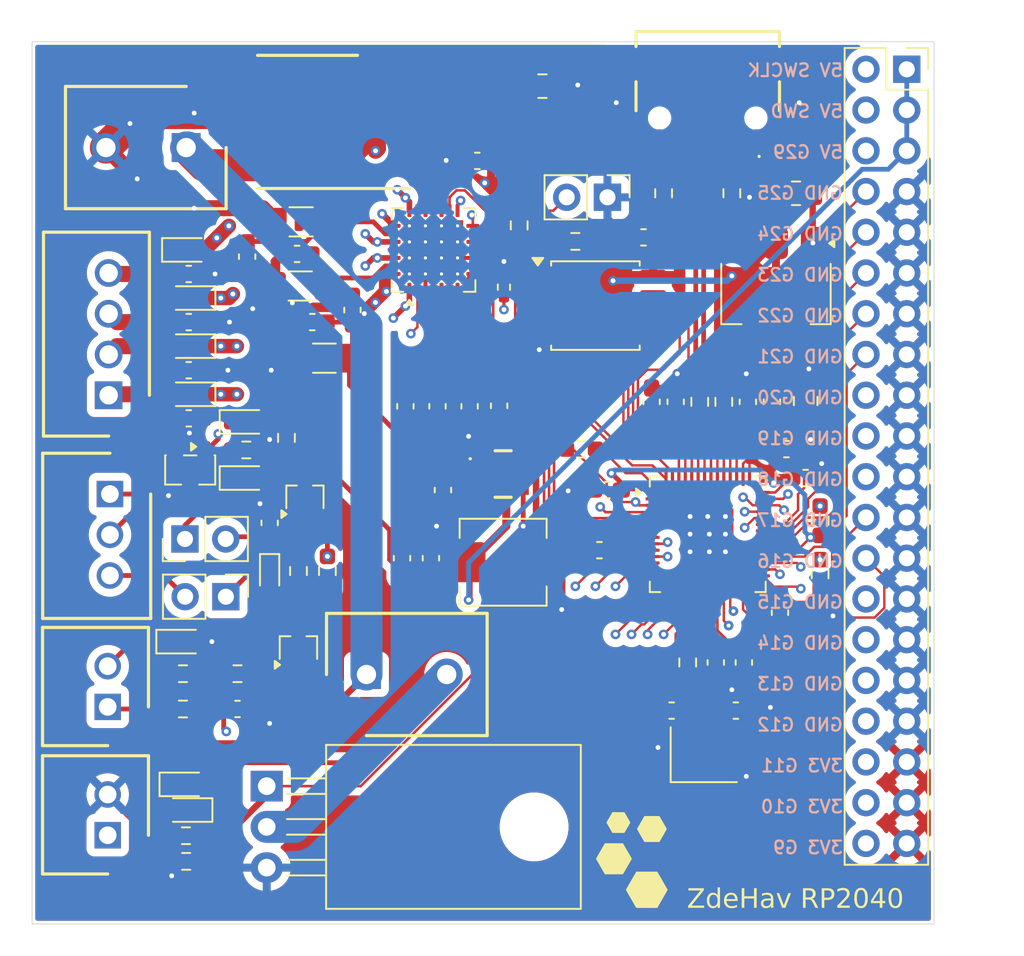
<source format=kicad_pcb>
(kicad_pcb (version 20241229) (generator "pcbnew") (generator_version "9.0")
  (layers (0 "F.Cu" signal) (4 "In1.Cu" signal) (6 "In2.Cu" signal) (2 "B.Cu" signal) (13 "F.Paste" user) (15 "B.Paste" user) (5 "F.SilkS" user "F.Silkscreen") (7 "B.SilkS" user "B.Silkscreen") (1 "F.Mask" user) (3 "B.Mask" user) (25 "Edge.Cuts" user))
  (net 0 "")
  (net 1 "GND")
  (net 2 "VBUS")
  (net 3 "/CrystalSadlyNotMeth/XIN")
  (net 4 "Net-(C3-Pad2)")
  (net 5 "+3V3")
  (net 6 "+1V1")
  (net 7 "+24V")
  (net 8 "Net-(U4-VCP)")
  (net 9 "Net-(U4-5VOUT)")
  (net 10 "Net-(J3-Pin_3)")
  (net 11 "Net-(U4-CPI)")
  (net 12 "Net-(U4-CPO)")
  (net 13 "Net-(J3-Pin_4)")
  (net 14 "Net-(J3-Pin_2)")
  (net 15 "Net-(J3-Pin_1)")
  (net 16 "Net-(U4-BRA)")
  (net 17 "Net-(U4-BRB)")
  (net 18 "/Thermistors/THERM-1o")
  (net 19 "Net-(IC1-BST)")
  (net 20 "Net-(IC1-SW)")
  (net 21 "+5V")
  (net 22 "Net-(J9-Pin_2)")
  (net 23 "Net-(D1-COM)")
  (net 24 "Net-(D2-A)")
  (net 25 "Net-(D2-K)")
  (net 26 "Net-(D4-A)")
  (net 27 "Net-(D5-A)")
  (net 28 "Net-(D6-K)")
  (net 29 "Net-(D6-A)")
  (net 30 "/onlyFans/FAN-TACH")
  (net 32 "Net-(J1-CC1)")
  (net 33 "Net-(J1-CC2)")
  (net 35 "/Power/USB_C+")
  (net 36 "/Power/USB_C-")
  (net 37 "Net-(J2-Pin_2)")
  (net 38 "Net-(J5-Pin_2)")
  (net 39 "Net-(J5-Pin_1)")
  (net 40 "/Thermistors/THERM-3t")
  (net 41 "Net-(J10-Pin_2)")
  (net 42 "/GPIO11")
  (net 43 "/GPIO17")
  (net 44 "/GPIO24")
  (net 45 "/GPIO10")
  (net 46 "/SWD")
  (net 47 "/GPIO15")
  (net 48 "/GPIO23")
  (net 49 "/GPIO16")
  (net 50 "/GPIO12")
  (net 51 "/GPIO22")
  (net 52 "/GPIO13")
  (net 53 "/GPIO14")
  (net 54 "/SWCLK")
  (net 55 "/GPIO18")
  (net 56 "/GPIO25")
  (net 57 "/GPIO19")
  (net 58 "/GPIO21")
  (net 59 "/GPIO29")
  (net 60 "/GPIO20")
  (net 61 "/GPIO9")
  (net 62 "Net-(U4-OA1)")
  (net 63 "Net-(U4-OA2)")
  (net 64 "Net-(U4-OB1)")
  (net 65 "Net-(U4-OB2)")
  (net 66 "/Heaters/HEATER")
  (net 67 "/onlyFans/FAN")
  (net 68 "/Flash/QSPI_SS")
  (net 69 "Net-(U1-USB_DP)")
  (net 70 "Net-(U1-USB_DM)")
  (net 71 "/CrystalSadlyNotMeth/XOUT")
  (net 72 "Net-(U1-GPIO0)")
  (net 73 "/Stepper/MOT-UART")
  (net 74 "/Thermistors/THERM-2t")
  (net 75 "/Flash/QSPI_SD0")
  (net 77 "/Flash/QSPI_SD1")
  (net 78 "/Flash/QSPI_SD2")
  (net 79 "/Stepper/X-Diag")
  (net 80 "/Stepper/X-DIR")
  (net 81 "/Stepper/X-Step")
  (net 82 "/Stepper/X-EN")
  (net 83 "/Flash/QSPI_SCLK")
  (net 84 "/Flash/QSPI_SD3")
  (footprint "LOGO" (layer "F.Cu") (at 175.2 79.9)
    (property "Reference" "G***" (hide yes))
    (property "Value" "LOGO" (hide yes))
  )
  (footprint "Capacitor_SMD:C_0603_1608Metric_Pad1.08x0.95mm_HandSolder" (layer "F.Cu") (at 166.5 51.5 90)
    (property "Reference" "C32" (hide yes))
    (property "Value" "100n")
  )
  (footprint "Resistor_SMD:R_1206_3216Metric_Pad1.30x1.75mm_HandSolder" (layer "F.Cu") (at 154.16 40.03 180)
    (property "Reference" "R6" (hide yes))
    (property "Value" "22mili")
  )
  (footprint "Capacitor_SMD:C_0603_1608Metric_Pad1.08x0.95mm_HandSolder" (layer "F.Cu") (at 184 64.4 -90)
    (property "Reference" "C12" (hide yes))
    (property "Value" "100n")
  )
  (footprint "Diode_SMD:D_0603_1608Metric_Pad1.05x0.95mm_HandSolder" (layer "F.Cu") (at 147.16 41.78)
    (property "Reference" "L2" (hide yes))
    (property "Value" "BLM18KG121TN1D")
  )
  (footprint "Capacitor_SMD:C_0603_1608Metric_Pad1.08x0.95mm_HandSolder" (layer "F.Cu") (at 164.66 51.53 -90)
    (property "Reference" "C22" (hide yes))
    (property "Value" "4.7u")
  )
  (footprint "Diode_SMD:D_0603_1608Metric_Pad1.05x0.95mm_HandSolder" (layer "F.Cu") (at 150.75 52.5)
    (property "Reference" "D5" (hide yes))
    (property "Value" "LED")
  )
  (footprint "Capacitor_SMD:C_0603_1608Metric_Pad1.08x0.95mm_HandSolder" (layer "F.Cu") (at 177.5 51.25 90)
    (property "Reference" "C9" (hide yes))
    (property "Value" "100n")
  )
  (footprint "Capacitor_SMD:C_0603_1608Metric_Pad1.08x0.95mm_HandSolder" (layer "F.Cu") (at 147.16 46.28)
    (property "Reference" "C23" (hide yes))
    (property "Value" "1n")
  )
  (footprint "Diode_SMD:D_0603_1608Metric_Pad1.05x0.95mm_HandSolder" (layer "F.Cu") (at 147.16 50.78 180)
    (property "Reference" "L4" (hide yes))
    (property "Value" "BLM18KG121TN1D")
  )
  (footprint "Crystal:Crystal_SMD_Abracon_ABM8G-4Pin_3.2x2.5mm" (layer "F.Cu") (at 179.25 73.25)
    (property "Reference" "Y1" (hide yes))
    (property "Value" "ABM8-272-T3")
  )
  (footprint "Resistor_SMD:R_0603_1608Metric_Pad0.98x0.95mm_HandSolder" (layer "F.Cu") (at 150.2 68.2 180)
    (property "Reference" "R12" (hide yes))
    (property "Value" "2k37")
  )
  (footprint "Capacitor_SMD:C_0603_1608Metric_Pad1.08x0.95mm_HandSolder" (layer "F.Cu") (at 162.66 51.53 90)
    (property "Reference" "C21" (hide yes))
    (property "Value" "100n")
  )
  (footprint "Connector_PinHeader_2.54mm:PinHeader_1x02_P2.54mm_Vertical" (layer "F.Cu") (at 173.25 38.5 -90)
    (property "Reference" "J2" (hide yes))
    (property "Value" "Conn_01x02")
  )
  (footprint "SamacSys_Parts:SHDR2W99P0X500_1X2_1001X762X1001P" (layer "F.Cu") (at 147 35.4 180)
    (property "Reference" "J4" (hide yes))
    (property "Value" "8718" (hide yes))
  )
  (footprint "Package_DFN_QFN:QFN-56-1EP_7x7mm_P0.4mm_EP3.2x3.2mm" (layer "F.Cu") (at 179.5 59.5)
    (property "Reference" "U1" (hide yes))
    (property "Value" "RP2040")
  )
  (footprint "Package_TO_SOT_SMD:SOT-323_SC-70_Handsoldering" (layer "F.Cu") (at 154 66.6 90)
    (property "Reference" "D1" (hide yes))
    (property "Value" "BAV99W")
  )
  (footprint "Capacitor_SMD:C_0805_2012Metric_Pad1.18x1.45mm_HandSolder" (layer "F.Cu") (at 185.6 51.2 90)
    (property "Reference" "C4" (hide yes))
    (property "Value" "10u")
  )
  (footprint "Resistor_SMD:R_0402_1005Metric_Pad0.72x0.64mm_HandSolder" (layer "F.Cu") (at 166.8 44.1025 90)
    (property "Reference" "TH1" (hide yes))
    (property "Value" "NTCG104LH104JTDS")
  )
  (footprint "Resistor_SMD:R_0603_1608Metric_Pad0.98x0.95mm_HandSolder" (layer "F.Cu") (at 167.75 40.25 -90)
    (property "Reference" "R1" (hide yes))
    (property "Value" "1k")
  )
  (footprint "Resistor_SMD:R_0603_1608Metric_Pad0.98x0.95mm_HandSolder" (layer "F.Cu") (at 146.8 68.2 180)
    (property "Reference" "R13" (hide yes))
    (property "Value" "2k37")
  )
  (footprint "Capacitor_SMD:C_0603_1608Metric_Pad1.08x0.95mm_HandSolder" (layer "F.Cu") (at 152.2 58.8 90)
    (property "Reference" "C51" (hide yes))
    (property "Value" "100n")
  )
  (footprint "SamacSys_Parts:AP63205WU7" (layer "F.Cu") (at 166.75 55.75 -90)
    (property "Reference" "IC1" (hide yes))
    (property "Value" "AP63205WU-7" (hide yes))
  )
  (footprint "Resistor_SMD:R_0603_1608Metric_Pad0.98x0.95mm_HandSolder" (layer "F.Cu") (at 186.5 58.6625 90)
    (property "Reference" "R14" (hide yes))
    (property "Value" "4k7")
  )
  (footprint "Resistor_SMD:R_0603_1608Metric_Pad0.98x0.95mm_HandSolder" (layer "F.Cu") (at 181 38.25 90)
    (property "Reference" "R9" (hide yes))
    (property "Value" "5k1")
  )
  (footprint "Capacitor_SMD:C_0603_1608Metric_Pad1.08x0.95mm_HandSolder" (layer "F.Cu") (at 185.6 56)
    (property "Reference" "C15" (hide yes))
    (property "Value" "100n")
  )
  (footprint "Resistor_SMD:R_0603_1608Metric_Pad0.98x0.95mm_HandSolder" (layer "F.Cu") (at 176.75 38.25 -90)
    (property "Reference" "R8" (hide yes))
    (property "Value" "5k1")
  )
  (footprint "Package_TO_SOT_SMD:SOT-323_SC-70" (layer "F.Cu") (at 154.4 57.2 90)
    (property "Reference" "D7" (hide yes))
    (property "Value" "BAV99W")
  )
  (footprint "SamacSys_Parts:SHDR2W64P0X254_1X2_737X660X1181P" (layer "F.Cu") (at 142.11 78.27 90)
    (property "Reference" "J6" (hide yes))
    (property "Value" "Conn_01x02" (hide yes))
  )
  (footprint "SamacSys_Parts:RHDR3W64P0X254_1X3_1017X660X1194P" (layer "F.Cu") (at 142.25 57 90)
    (property "Reference" "J8" (hide yes))
    (property "Value" "Conn_01x03" (hide yes))
  )
  (footprint "Resistor_SMD:R_0603_1608Metric_Pad0.98x0.95mm_HandSolder" (layer "F.Cu") (at 153.25 53.5 -90)
    (property "Reference" "R18" (hide yes))
    (property "Value" "2k2")
  )
  (footprint "Resistor_SMD:R_0603_1608Metric_Pad0.98x0.95mm_HandSolder" (layer "F.Cu") (at 150.75 54.25)
    (property "Reference" "R19" (hide yes))
    (property "Value" "100k")
  )
  (footprint "Diode_SMD:D_0603_1608Metric_Pad1.05x0.95mm_HandSolder" (layer "F.Cu") (at 150.75 56)
    (property "Reference" "D4" (hide yes))
    (property "Value" "SK310A-TP")
  )
  (footprint "Connector_PinSocket_2.54mm:PinSocket_2x20_P2.54mm_Vertical" (layer "F.Cu") (at 191.9 30.52)
    (property "Reference" "J11" (hide yes))
    (property "Value" "Conn_02x20_Odd_Even")
  )
  (footprint "Capacitor_SMD:C_0805_2012Metric_Pad1.18x1.45mm_HandSolder" (layer "F.Cu") (at 169.2 31.57)
    (property "Reference" "C36" (hide yes))
    (property "Value" "10u")
  )
  (footprint "Diode_SMD:D_0603_1608Metric_Pad1.05x0.95mm_HandSolder" (layer "F.Cu") (at 146.975 76.7 180)
    (property "Reference" "D2" (hide yes))
    (property "Value" "LED")
  )
  (footprint "Resistor_SMD:R_0603_1608Metric_Pad0.98x0.95mm_HandSolder" (layer "F.Cu") (at 146.8 70.4)
    (property "Reference" "R11" (hide yes))
    (property "Value" "4k7")
  )
  (footprint "Diode_SMD:D_0603_1608Metric_Pad1.05x0.95mm_HandSolder" (layer "F.Cu") (at 147.16 44.78 180)
    (property "Reference" "L1" (hide yes))
    (property "Value" "BLM18KG121TN1D")
  )
  (footprint "Resistor_SMD:R_0603_1608Metric_Pad0.98x0.95mm_HandSolder" (layer "F.Cu") (at 179 51.25 -90)
    (property "Reference" "R3" (hide yes))
    (property "Value" "27.4")
  )
  (footprint "Package_TO_SOT_SMD:SOT-23-3" (layer "F.Cu") (at 147.25 55.5 -90)
    (property "Reference" "Q2" (hide yes))
    (property "Value" "SI2342DS-T1-BE3")
  )
  (footprint "SamacSys_Parts:SHDR2W64P0X254_1X2_737X660X1181P" (layer "F.Cu") (at 142.11 70.27 90)
    (property "Reference" "J5" (hide yes))
    (property "Value" "Conn_01x02" (hide yes))
  )
  (footprint "Package_DFN_QFN:VQFN-28-1EP_5x5mm_P0.5mm_EP3.7x3.7mm_ThermalVias" (layer "F.Cu") (at 162.41 41.78 90)
    (property "Reference" "U4" (hide yes))
    (property "Value" "TMC2209-LA")
  )
  (footprint "Inductor_SMD:L_APV_APH0530" (layer "F.Cu") (at 166.75 61.25 180)
    (property "Reference" "L6" (hide yes))
    (property "Value" "6.8u")
  )
  (footprint "Capacitor_SMD:C_0603_1608Metric_Pad1.08x0.95mm_HandSolder" (layer "F.Cu") (at 157.36 45.53 90)
    (property "Reference" "C17" (hide yes))
    (property "Value" "100n")
  )
  (footprint "Resistor_SMD:R_0603_1608Metric_Pad0.98x0.95mm_HandSolder" (layer "F.Cu") (at 186.5 62 90)
    (property "Reference" "R15" (hide yes))
    (property "Value" "4k7")
  )
  (footprint "SamacSys_Parts:CAPAE830X1050N" (layer "F.Cu") (at 155.6 33.8 180)
    (property "Reference" "C18" (hide yes))
    (property "Value" "100u" (hide yes))
  )
  (footprint "SamacSys_Parts:SHDR4W97P0X254_1X4_1271X660X1143P" (layer "F.Cu") (at 142.17 50.84 90)
    (property "Reference" "J3" (hide yes))
    (property "Value" "Conn_01x04" (hide yes))
  )
  (footprint "Resistor_SMD:R_0603_1608Metric_Pad0.98x0.95mm_HandSolder" (layer "F.Cu") (at 147 79.9 180)
    (property "Reference" "R17" (hide yes))
    (property "Value" "100k")
  )
  (footprint "Capacitor_SMD:C_0603_1608Metric_Pad1.08x0.95mm_HandSolder" (layer "F.Cu") (at 150.2 70.4 180)
    (property "Reference" "C31" (hide yes))
    (property "Value" "100n")
  )
  (footprint "Capacitor_SMD:C_0603_1608Metric_Pad1.08x0.95mm_HandSolder" (layer "F.Cu") (at 176 51.25 90)
    (property "Reference" "C6" (hide yes))
    (property "Value" "100n")
  )
  (footprint "Capacitor_SMD:C_0603_1608Metric_Pad1.08x0.95mm_HandSolder" (layer "F.Cu") (at 172.75 60.5 180)
    (property "Reference" "C13" (hide yes))
    (property "Value" "100n")
  )
  (footprint "Capacitor_SMD:C_0805_2012Metric_Pad1.18x1.45mm_HandSolder" (layer "F.Cu") (at 185 38.25)
    (property "Reference" "C1" (hide yes))
    (property "Value" "10u")
  )
  (footprint "Resistor_SMD:R_0603_1608Metric_Pad0.98x0.95mm_HandSolder" (layer "F.Cu") (at 180.5 51.25 -90)
    (property "Reference" "R4" (hide yes))
    (property "Value" "27.4")
  )
  (footprint "Capacitor_SMD:C_0603_1608Metric_Pad1.08x0.95mm_HandSolder" (layer "F.Cu") (at 173.25 56.75 180)
    (property "Reference" "C11" (hide yes))
    (property "Value" "100n")
  )
  (footprint "Package_TO_SOT_SMD:SOT-223-3_TabPin2" (layer "F.Cu") (at 183.75 44.5 -90)
    (property "Reference" "U2" (hide yes))
    (property "Value" "NCP1117-3.3_SOT223")
  )
  (footprint "Capacitor_SMD:C_1206_3216Metric_Pad1.33x1.80mm_HandSolder" (layer "F.Cu") (at 155.61 48.53 180)
    (property "Reference" "C19" (hide yes))
    (property "Value" "10u")
  )
  (footprint "Capacitor_SMD:C_0603_1608Metric_Pad1.08x0.95mm_HandSolder" (layer "F.Cu") (at 163 56.75 -90)
    (property "Reference" "C35" (hide yes))
    (property "Value" "10u")
  )
  (footprint "SamacSys_Parts:USB421603A" (layer "F.Cu") (at 179.5 31.5 180)
    (property "Reference" "J1" (hide yes))
    (property "Value" "USB4216-03-A" (hide yes))
  )
  (footprint "SamacSys_Parts:SHDR2W99P0X500_1X2_1001X762X1001P" (layer "F.Cu") (at 158.235 68.25)
    (property "Reference" "J7" (hide yes))
    (property "Value" "Conn_01x02" (hide yes))
  )
  (footprint "Package_SO:SOIC-8_5.3x5.3mm_P1.27mm" (layer "F.Cu") (at 172.5 45.25)
    (property "Reference" "U3" (hide yes))
    (property "Value" "W25Q128JVS")
  )
  (footprint "Capacitor_SMD:C_0603_1608Metric_Pad1.08x0.95mm_HandSolder" (layer "F.Cu") (at 184.4 54.2)
    (property "Reference" "C16" (hide yes))
    (property "Value" "100n")
  )
  (footprint "Connector_PinHeader_2.54mm:PinHeader_1x02_P2.54mm_Vertical" (layer "F.Cu") (at 146.925 59.8 90)
    (property "Reference" "J9" (hide yes))
    (property "Value" "Conn_01x02")
  )
  (footprint "Resistor_SMD:R_0603_1608Metric_Pad0.98x0.95mm_HandSolder" (layer "F.Cu") (at 178.25 67.5 90)
    (property "Reference" "R5" (hide yes))
    (property "Value" "1k")
  )
  (footprint "Diode_SMD:D_0603_1608Metric_Pad1.05x0.95mm_HandSolder" (layer "F.Cu") (at 147 75.1)
    (property "Reference" "D3" (hide yes))
    (property "Value" "SK310A-TP")
  )
  (footprint "Capacitor_SMD:C_0603_1608Metric_Pad1.08x0.95mm_HandSolder" (layer "F.Cu") (at 154.86 46.28 180)
    (property "Reference" "C30" (hide yes))
    (property "Value" "100n")
  )
  (footprint "Diode_SMD:D_0603_1608Metric_Pad1.05x0.95mm_HandSolder" (layer "F.Cu") (at 147.16 47.78 180)
    (property "Reference" "L3" (hide yes))
    (property "Value" "BLM18KG121TN1D")
  )
  (footprint "Diode_SMD:D_SOD-523" (layer "F.Cu") (at 152.2 62 -90)
    (property "Reference" "D6" (hide yes))
    (property "Value" "BAT54KFILM")
  )
  (footprint "Capacitor_SMD:C_0603_1608Metric_Pad1.08x0.95mm_HandSolder" (layer "F.Cu") (at 162.25 61 90)
    (property "Reference" "C34" (hide yes))
    (property "Value" "22u")
  )
  (footprint "Resistor_SMD:R_0603_1608Metric_Pad0.98x0.95mm_HandSolder" (layer "F.Cu") (at 154 61.8 90)
    (property "Reference" "R20" (hide yes))
    (property "Value" "1k8")
  )
  (footprint "Capacitor_SMD:C_0603_1608Metric_Pad1.08x0.95mm_HandSolder" (layer "F.Cu") (at 147.16 49.28)
    (property "Reference" "C26" (hide yes))
    (property "Value" "1n")
  )
  (footprint "Capacitor_SMD:C_0603_1608Metric_Pad1.08x0.95mm_HandSolder" (layer "F.Cu") (at 150.8 42.2 -90)
    (property "Reference" "C28" (hide yes))
    (property "Value" "100n")
  )
  (footprint "Capacitor_SMD:C_0603_1608Metric_Pad1.08x0.95mm_HandSolder" (layer "F.Cu") (at 160.66 51.53 90)
    (property "Reference" "C24" (hide yes))
    (property "Value" "22n")
  )
  (footprint "Capacitor_SMD:C_0603_1608Metric_Pad1.08x0.95mm_HandSolder" (layer "F.Cu") (at 183.5 51.25 90)
    (property "Reference" "C10" (hide yes))
    (property "Value" "1u")
  )
  (footprint "Diode_SMD:D_0603_1608Metric_Pad1.05x0.95mm_HandSolder" (layer "F.Cu") (at 146.8 66.2)
    (property "Reference" "L5" (hide yes))
    (property "Value" "BLM18KG121TN1D")
  )
  (footprint "Resistor_SMD:R_0603_1608Metric_Pad0.98x0.95mm_HandSolder" (layer "F.Cu") (at 146.9875 78.3 180)
    (property "Reference" "R16" (hide yes))
    (property "Value" "10k")
  )
  (footprint "Capacitor_SMD:C_0603_1608Metric_Pad1.08x0.95mm_HandSolder" (layer "F.Cu") (at 147.16 43.28)
    (property "Reference" "C25" (hide yes))
    (property "Value" "1n")
  )
  (footprint "Resistor_SMD:R_1206_3216Metric_Pad1.30x1.75mm_HandSolder" (layer "F.Cu") (at 154.11 44.03 180)
    (property "Reference" "R7" (hide yes))
    (property "Value" "22mili")
  )
  (footprint "Capacitor_SMD:C_0603_1608Metric_Pad1.08x0.95mm_HandSolder" (layer "F.Cu") (at 165.14 36.23)
    (property "Reference" "C20" (hide yes))
    (property "Value" "100n")
  )
  (footprint "Resistor_SMD:R_0603_1608Metric_Pad0.98x0.95mm_HandSolder" (layer "F.Cu") (at 171.6 54.2 180)
    (property "Reference" "R10" (hide yes))
    (property "Value" "1k")
  )
  (footprint "Package_TO_SOT_THT:TO-220-3_Horizontal_TabDown" (layer "F.Cu") (at 152.02 75.21 -90)
    (property "Reference" "Q1" (hide yes))
    (property "Value" "IRLZ34NPBF")
  )
  (footprint "Capacitor_SMD:C_0603_1608Metric_Pad1.08x0.95mm_HandSolder" (layer "F.Cu") (at 182 51.25 90)
    (property "Reference" "C8" (hide yes))
    (property "Value" "1u")
  )
  (footprint "Capacitor_SMD:C_0603_1608Metric_Pad1.08x0.95mm_HandSolder" (layer "F.Cu") (at 175.5 41 180)
    (property "Reference" "C5" (hide yes))
    (property "Value" "C")
  )
  (footprint "Resistor_SMD:R_0603_1608Metric_Pad0.98x0.95mm_HandSolder" (layer "F.Cu") (at 155.8 61.8 -90)
    (property "Reference" "R21" (hide yes))
    (property "Value" "1k8")
  )
  (footprint "Connector_PinHeader_2.54mm:PinHeader_1x02_P2.54mm_Vertical" (layer "F.Cu") (at 149.475 63.4 -90)
    (property "Reference" "J10" (hide yes))
    (property "Value" "Conn_01x02")
  )
  (footprint "Capacitor_SMD:C_0603_1608Metric_Pad1.08x0.95mm_HandSolder" (layer "F.Cu") (at 181.25 70.5 180)
    (property "Reference" "C3" (hide yes))
    (property "Value" "15p")
  )
  (footprint "Capacitor_SMD:C_0603_1608Metric_Pad1.08x0.95mm_HandSolder" (layer "F.Cu") (at 177.25 70.5)
    (property "Reference" "C2" (hide yes))
    (property "Value" "15p")
  )
  (footprint "Capacitor_SMD:C_0603_1608Metric_Pad1.08x0.95mm_HandSolder" (layer "F.Cu") (at 181.75 67.5 -90)
    (property "Reference" "C7" (hide yes))
    (property "Value" "100n")
  )
  (footprint "Capacitor_SMD:C_0603_1608Metric_Pad1.08x0.95mm_HandSolder" (layer "F.Cu") (at 180 67.5 -90)
    (property "Reference" "C14" (hide yes))
    (property "Value" "100n")
  )
  (footprint "Capacitor_SMD:C_0603_1608Metric_Pad1.08x0.95mm_HandSolder" (layer "F.Cu") (at 147.16 52.28)
    (property "Reference" "C27" (hide yes))
    (property "Value" "1n")
  )
  (footprint "Capacitor_SMD:C_0603_1608Metric_Pad1.08x0.95mm_HandSolder" (layer "F.Cu") (at 153.91 42.03 180)
    (property "Reference" "C29" (hide yes))
    (property "Value" "100n")
  )
  (footprint "Resistor_SMD:R_0603_1608Metric_Pad0.98x0.95mm_HandSolder" (layer "F.Cu") (at 171.25 41.25 180)
    (property "Reference" "R2" (hide yes))
    (property "Value" "DNF")
  )
  (footprint "Capacitor_SMD:C_0603_1608Metric_Pad1.08x0.95mm_HandSolder" (layer "F.Cu") (at 160.45 61 90)
    (property "Reference" "C33" (hide yes))
    (property "Value" "22u")
  )
  (gr_rect (start 137.4 28.8) (end 193.6 83.8) (stroke (width 0.05)) (fill no) (layer "Edge.Cuts"))
  (gr_text "ZdeHav RP2040" (at 178.2 83 0) (layer "F.SilkS") (effects (font (size 1.2 1.2) (thickness 0.1)) (justify left bottom)))
  (gr_text "5V SWCLK\n\n5V SWD\n\n5V G29\n\nGND G25\n\nGND G24\n\nGND G23\n\nGND G22\n\nGND G21\n\nGND G20\n\nGND G19\n\nGND G18\n\nGND G17\n\nGND G16\n\nGND G15\n\nGND G14\n\nGND G13\n\nGND G12\n\n3V3 G11\n\n3V3 G10\n\n3V3 G9" (at 188 79.5 0) (layer "B.SilkS") (effects (font (size 0.792 0.792) (thickness 0.14) (bold yes)) (justify left bottom mirror)))
  (segment (start 186.4625 56) (end 186.4625 55.2375) (width 0.3) (layer "F.Cu") (net 1))
  (segment (start 162.25 59.35) (end 162.6 59) (width 0.3) (layer "F.Cu") (net 1))
  (segment (start 145.779 39.179) (end 143.95 37.35) (width 1) (layer "F.Cu") (net 1))
  (segment (start 152.56 44.03) (end 151.145 45.445) (width 0.6) (layer "F.Cu") (net 1))
  (segment (start 177.5 50.3875) (end 176 50.3875) (width 0.4) (layer "F.Cu") (net 1))
  (segment (start 168.9125 47.9125) (end 169 48) (width 0.3) (layer "F.Cu") (net 1))
  (segment (start 153.4875 57.9375) (end 153.75 58.2) (width 0.4) (layer "F.Cu") (net 1))
  (segment (start 172.3875 56.75) (end 170.85 56.75) (width 0.3) (layer "F.Cu") (net 1))
  (segment (start 182 50.3875) (end 183.5 50.3875) (width 0.3) (layer "F.Cu") (net 1))
  (segment (start 156.6685 45.359) (end 154.9185 45.359) (width 0.59) (layer "F.Cu") (net 1))
  (segment (start 185.2625 54.2) (end 185.3 54.2) (width 0.3) (layer "F.Cu") (net 1))
  (segment (start 164.86 40.78) (end 164.41 40.78) (width 0.25) (layer "F.Cu") (net 1))
  (segment (start 181.4375 39.1625) (end 182.1 38.5) (width 0.3) (layer "F.Cu") (net 1))
  (segment (start 185.8 49.2) (end 185.8 49.9625) (width 0.4) (layer "F.Cu") (net 1))
  (segment (start 178.5 62.9375) (end 178.5 60.7) (width 0.15) (layer "F.Cu") (net 1))
  (segment (start 182.1125 70.3125) (end 181 69.2) (width 0.3) (layer "F.Cu") (net 1))
  (segment (start 183.426 34.112) (end 182.7 34.838) (width 0.4) (layer "F.Cu") (net 1))
  (segment (start 152.56 44.03) (end 152.56 42.5175) (width 0.6) (layer "F.Cu") (net 1))
  (segment (start 150.5825 43.28) (end 150.8 43.0625) (width 1) (layer "F.Cu") (net 1))
  (segment (start 159.96 41.78) (end 160.41 41.78) (width 0.25) (layer "F.Cu") (net 1))
  (segment (start 186.0375 38.25) (end 186.0375 41.3375) (width 0.4) (layer "F.Cu") (net 1))
  (segment (start 176.116438 32.637) (end 182.883562 32.637) (width 0.4) (layer "F.Cu") (net 1))
  (segment (start 186.6375 65.2625) (end 187.3 64.6) (width 0.3) (layer "F.Cu") (net 1))
  (segment (start 177.6 49.5) (end 177.6 50.2875) (width 0.4) (layer "F.Cu") (net 1))
  (segment (start 185.2 32.6) (end 184.595 32.6) (width 0.4) (layer "F.Cu") (net 1))
  (segment (start 164.41 40.78) (end 163.91 40.28) (width 0.25) (layer "F.Cu") (net 1))
  (segment (start 152.61 40.03) (end 151.759 39.179) (width 1) (layer "F.Cu") (net 1))
  (segment (start 161.91 43.28) (end 161.91 44.23) (width 0.25) (layer "F.Cu") (net 1))
  (segment (start 182.7 34.838) (end 182.7 34.9125) (width 0.4) (layer "F.Cu") (net 1))
  (segment (start 148.8 43.28) (end 150.5825 43.28) (width 1) (layer "F.Cu") (net 1))
  (segment (start 172.7625 56.9) (end 172.6125 56.75) (width 0.16) (layer "F.Cu") (net 1))
  (segment (start 151.0625 70.2175) (end 153.35 67.93) (width 0.3) (layer "F.Cu") (net 1))
  (segment (start 149.6 49.28) (end 152.3 49.28) (width 0.6) (layer "F.Cu") (net 1))
  (segment (start 153.9975 45.4675) (end 153.615 45.085) (width 0.8) (layer "F.Cu") (net 1))
  (segment (start 164.6 53.4) (end 164.6 52.4525) (width 0.3) (layer "F.Cu") (net 1))
  (segment (start 147.5 39.179) (end 145.779 39.179) (width 1) (layer "F.Cu") (net 1))
  (segment (start 164.41 42.78) (end 163.91 42.28) (width 0.25) (layer "F.Cu") (net 1))
  (segment (start 146.1 79.9125) (end 146.0875 79.9) (width 0.4) (layer "F.Cu") (net 1))
  (segment (start 153.9975 46.28) (end 153.9975 48.48) (width 1) (layer "F.Cu") (net 1))
  (segment (start 168 59) (end 168 56.851) (width 0.3) (layer "F.Cu") (net 1))
  (segment (start 151.759 39.179) (end 147.5 39.179) (width 1) (layer "F.Cu") (net 1))
  (segment (start 182.1125 70.5) (end 182.1125 70.3125) (width 0.3) (layer "F.Cu") (net 1))
  (segment (start 170.481 64.119) (end 170.4 64.2) (width 0.3) (layer "F.Cu") (net 1))
  (segment (start 151.145 45.445) (end 150.31 46.28) (width 0.6) (layer "F.Cu") (net 1))
  (segment (start 176.3 34.838) (end 175.574 34.112) (width 0.4) (layer "F.Cu") (net 1))
  (segment (start 148.0225 52.3775) (end 147.2 53.2) (width 0.3) (layer "F.Cu") (net 1))
  (segment (start 168 56.851) (end 167.849 56.7) (width 0.3) (layer "F.Cu") (net 1))
  (segment (start 160.41 41.78) (end 160.91 41.28) (width 0.25) (layer "F.Cu") (net 1))
  (segment (start 184.595 34.188) (end 183.35 34.188) (width 0.4) (layer "F.Cu") (net 1))
  (segment (start 147.25 56.6375) (end 146.3625 56.6375) (width 0.3) (layer "F.Cu") (net 1))
  (segment (start 152.25 33.8) (end 151.699 33.249) (width 2) (layer "F.Cu") (net 1))
  (segment (start 162.6 58.0125) (end 163 57.6125) (width 0.3) (layer "F.Cu") (net 1))
  (segment (start 164.86 42.78) (end 164.41 42.78) (width 0.25) (layer "F.Cu") (net 1))
  (segment (start 146.0875 79.7075) (end 142.11 75.73) (width 0.4) (layer "F.Cu") (net 1))
  (segment (start 153.2975 49.28) (end 154.0475 48.53) (width 0.6) (layer "F.Cu") (net 1))
  (segment (start 147.5 33.249) (end 144.151 33.249) (width 2) (layer "F.Cu") (net 1))
  (segment (start 176.75 39.1625) (end 176.475 39.1625) (width 0.16) (layer "F.Cu") (net 1))
  (segment (start 143.5 33.9) (end 142 35.4) (width 2) (layer "F.Cu") (net 1))
  (segment (start 152.2 53.7125) (end 151.6625 54.25) (width 0.6) (layer "F.Cu") (net 1))
  (segment (start 174.405 34.188) (end 174.405 32.6) (width 0.4) (layer "F.Cu") (net 1))
  (segment (start 162.25 60.1375) (end 162.25 59.35) (width 0.3) (layer "F.Cu") (net 1))
  (segment (start 162.41 39.78) (end 162.91 40.28) (width 0.25) (layer "F.Cu") (net 1))
  (segment (start 174.405 34.188) (end 175.65 34.188) (width 0.4) (layer "F.Cu") (net 1))
  (segment (start 178.15 72.4) (end 178.15 72.2625) (width 0.3) (layer "F.Cu") (net 1))
  (segment (start 152.3 49.28) (end 153.2975 49.28) (width 0.6) (layer "F.Cu") (net 1))
  (segment (start 186.4625 55.2375) (end 186.6 55.1) (width 0.3) (layer "F.Cu") (net 1))
  (segment (start 175.65 34.188) (end 176.3 34.838) (width 0.4) (layer "F.Cu") (net 1))
  (segment (start 152.56 44.03) (end 151.7675 44.03) (width 0.6) (layer "F.Cu") (net 1))
  (segment (start 183.4 70.3) (end 182.3125 70.3) (width 0.3) (layer "F.Cu") (net 1))
  (segment (start 186.0375 41.3375) (end 186.05 41.35) (width 0.4) (layer "F.Cu") (net 1))
  (segment (start 180.1625 68.3625) (end 181 69.2) (width 0.3) (layer "F.Cu") (net 1))
  (segment (start 152.2 71.3) (end 151.9625 71.3) (width 0.4) (layer "F.Cu") (net 1))
  (segment (start 176.475 39.1625) (end 174.6375 41) (width 0.16) (layer "F.Cu") (net 1))
  (segment (start 162.41 39.33) (end 162.41 39.78) (width 0.25) (layer "F.Cu") (net 1))
  (segment (start 185.3 54.2) (end 185.9 53.6) (width 0.3) (layer "F.Cu") (net 1))
  (segment (start 144.151 33.249) (end 143.5 33.9) (width 2) (layer "F.Cu") (net 1))
  (segment (start 148.0225 49.28) (end 149.6 49.28) (width 0.6) (layer "F.Cu") (net 1))
  (segment (start 153.9975 46.28) (end 153.9975 45.4675) (width 0.8) (layer "F.Cu") (net 1))
  (segment (start 143.95 37.35) (end 142 35.4) (width 1) (layer "F.Cu") (net 1))
  (segment (start 152.2 57.9375) (end 153.4875 57.9375) (width 0.4) (layer "F.Cu") (net 1))
  (segment (start 153.9975 48.48) (end 154.0475 48.53) (width 1) (layer "F.Cu") (net 1))
  (segment (start 184.595 34.188) (end 184.595 32.6) (width 0.4) (layer "F.Cu") (net 1))
  (segment (start 162.6 59) (end 162.6 58.0125) (width 0.3) (layer "F.Cu") (net 1))
  (segment (start 148.6 66.2) (end 147.675 66.2) (width 0.4) (layer "F.Cu") (net 1))
  (segment (start 164.86 42.28) (end 163.91 42.28) (width 0.25) (layer "F.Cu") (net 1))
  (segment (start 184.595 32.4) (end 184.595 30.263) (width 0.4) (layer "F.Cu") (net 1))
  (segment (start 168.9125 47.155) (end 168.9125 47.9125) (width 0.3) (layer "F.Cu") (net 1))
  (segment (start 151.9625 71.3) (end 151.0625 70.4) (width 0.4) (layer "F.Cu") (net 1))
  (segment (start 157.36 44.6675) (end 156.6685 45.359) (width 0.59) (layer "F.Cu") (net 1))
  (segment (start 180.85 74.6) (end 180.35 74.1) (width 0.3) (layer "F.Cu") (net 1))
  (segment (start 152.56 42.5175) (end 153.0475 42.03) (width 0.6) (layer "F.Cu") (net 1))
  (segment (start 180.3875 73.6125) (end 180.35 73.65) (width 0.16) (layer "F.Cu") (net 1))
  (segment (start 173.25 39.6125) (end 174.6375 41) (width 0.16) (layer "F.Cu") (net 1))
  (segment (start 173.8 32.6) (end 174.405 32.6) (width 0.4) (layer "F.Cu") (net 1))
  (segment (start 183.426 33.179438) (end 183.426 34.112) (width 0.4) (layer "F.Cu") (net 1))
  (segment (start 181.75 68.45) (end 181 69.2) (width 0.3) (layer "F.Cu") (net 1))
  (segment (start 175.574 34.112) (end 175.574 33.179438) (width 0.4) (layer "F.Cu") (net 1))
  (segment (start 177.6 50.2875) (end 177.5 50.3875) (width 0.4) (layer "F.Cu") (net 1))
  (segment (start 181.9 49.5) (end 181.9 50.2875) (width 0.3) (layer "F.Cu") (net 1))
  (segment (start 173.25 38.5) (end 173.25 39.6125) (width 0.16) (layer "F.Cu") (net 1))
  (segment (start 184 65.2625) (end 186.6375 65.2625) (width 0.3) (layer "F.Cu") (net 1))
  (segment (start 154.9185 45.359) (end 153.9975 46.28) (width 0.59) (layer "F.Cu") (net 1))
  (segment (start 148.0225 43.28) (end 148.8 43.28) (width 1) (layer "F.Cu") (net 1))
  (segment (start 175.574 33.179438) (end 176.116438 32.637) (width 0.4) (layer "F.Cu") (net 1))
  (segment (start 181 39.1625) (end 181.4375 39.1625) (width 0.3) (layer "F.Cu") (net 1))
  (segment (start 181.75 68.3625) (end 181.75 68.45) (width 0.3) (layer "F.Cu") (net 1))
  (segment (start 181.9 50.2875) (end 182 50.3875) (width 0.3) (layer "F.Cu") (net 1))
  (segment (start 150.31 46.28) (end 149.7 46.28) (width 0.6) (layer "F.Cu") (net 1))
  (segment (start 152.2 53.6) (end 152.2 53.7125) (width 0.6) (layer "F.Cu") (net 1))
  (segment (start 164.2775 36.23) (end 163.23 36.23) (width 0.4) (layer "F.Cu") (net 1))
  (segment (start 180 68.3625) (end 180.1625 68.3625) (width 0.3) (layer "F.Cu") (net 1))
  (segment (start 182.7 34.9125) (end 186.0375 38.25) (width 0.4) (layer "F.Cu") (net 1))
  (segment (start 151.699 33.249) (end 147.5 33.249) (width 2) (layer "F.Cu") (net 1))
  (segment (start 151.0625 70.4) (end 151.0625 70.2175) (width 0.3) (layer "F.Cu") (net 1))
  (segment (start 153.615 45.085) (end 152.56 44.03) (width 0.8) (layer "F.Cu") (net 1))
  (segment (start 176.4 72.8) (end 177.75 72.8) (width 0.3) (layer "F.Cu") (net 1))
  (segment (start 182.3125 70.3) (end 182.1125 70.5) (width 0.3) (layer "F.Cu") (net 1))
  (segment (start 178.15 72.2625) (end 176.3875 70.5) (width 0.3) (layer "F.Cu") (net 1))
  (segment (start 181.9 74.6) (end 180.85 74.6) (width 0.3) (layer "F.Cu") (net 1))
  (segment (start 183.35 34.188) (end 182.7 34.838) (width 0.4) (layer "F.Cu") (net 1))
  (segment (start 171.4 31.5) (end 170.3075 31.5) (width 0.4) (layer "F.Cu") (net 1))
  (segment (start 146.1 80.8) (end 146.1 79.9125) (width 0.4) (layer "F.Cu") (net 1))
  (segment (start 163.23 36.23) (end 163.2 36.2) (width 0.4) (layer "F.Cu") (net 1))
  (segment (start 185.8 49.9625) (end 185.6 50.1625) (width 0.4) (layer "F.Cu") (net 1))
  (segment (start 148.0225 52.28) (end 148.0225 52.3775) (width 0.3) (layer "F.Cu") (net 1))
  (segment (start 166.8 43.505) (end 166.8 42.5) (width 0.2) (layer "F.Cu") (net 1))
  (segment (start 151.7675 44.03) (end 150.8 43.0625) (width 0.6) (layer "F.Cu") (net 1))
  (segment (start 182.883562 32.637) (end 183.426 33.179438) (width 0.4) (layer "F.Cu") (net 1))
  (segment (start 171.8875 60.5) (end 170.481 61.9065) (width 0.3) (layer "F.Cu") (net 1))
  (segment (start 174.405 32.6) (end 174.405 30.263) (width 0.4) (layer "F.Cu") (net 1))
  (segment (start 149.7 46.28) (end 148.0225 46.28) (width 0.6) (layer "F.Cu") (net 1))
  (segment (start 146.3625 56.6375) (end 145.9 57.1) (width 0.3) (layer "F.Cu") (net 1))
  (segment (start 162.25 60.1375) (end 160.45 60.1375) (width 0.4) (layer "F.Cu") (net 1))
  (segment (start 177.75 72.8) (end 178.15 72.4) (width 0.3) (layer "F.Cu") (net 1))
  (segment (start 164.6 52.4525) (end 164.66 52.3925) (width 0.3) (layer "F.Cu") (net 1))
  (segment (start 178.5 60.7) (end 178.4 60.6) (width 0.15) (layer "F.Cu") (net 1))
  (segment (start 170.481 61.9065) (end 170.481 64.119) (width 0.3) (layer "F.Cu") (net 1))
  (segment (start 170.3075 31.5) (end 170.2375 31.57) (width 0.4) (layer "F.Cu") (net 1))
  (segment (start 170.85 56.75) (end 170.8 56.8) (width 0.3) (layer "F.Cu") (net 1))
  (segment (start 170.8 56.8) (end 170.7 56.9) (width 0.3) (layer "F.Cu") (net 1))
  (segment (start 146.0875 79.9) (end 146.0875 79.7075) (width 0.4) (layer "F.Cu") (net 1))
  (segment (start 184.595 32.6) (end 184.595 32.4) (width 0.4) (layer "F.Cu") (net 1))
  (via (at 170.8 56.8) (size 0.6) (drill 0.3) (layers "F.Cu" "B.Cu") (net 1))
  (via (at 178.4 58.4) (size 0.6) (drill 0.3) (layers "F.Cu" "B.Cu") (net 1))
  (via (at 166.8 42.5) (size 0.6) (drill 0.3) (layers "F.Cu" "B.Cu") (net 1))
  (via (at 145.9 57.1) (size 0.6) (drill 0.3) (layers "F.Cu" "B.Cu") (net 1))
  (via (at 148.8 43.28) (size 0.6) (drill 0.3) (layers "F.Cu" "B.Cu") (net 1))
  (via (at 151.145 45.445) (size 0.6) (drill 0.3) (layers "F.Cu" "B.Cu") (net 1))
  (via (at 179.6 60.6) (size 0.6) (drill 0.3) (layers "F.Cu" "B.Cu") (net 1))
  (via (at 179.6 59.5) (size 0.6) (drill 0.3) (layers "F.Cu" "B.Cu") (net 1))
  (via (at 147.5 39.179) (size 0.6) (drill 0.3) (layers "F.Cu" "B.Cu") (net 1))
  (via (at 164.6 53.4) (size 0.6) (drill 0.3) (layers "F.Cu" "B.Cu") (net 1))
  (via (at 171.4 31.5) (size 0.6) (drill 0.3) (layers "F.Cu" "B.Cu") (net 1))
  (via (at 162.6 59) (size 0.6) (drill 0.3) (layers "F.Cu" "B.Cu") (net 1))
  (via (at 143.95 37.35) (size 0.6) (drill 0.3) (layers "F.Cu" "B.Cu") (net 1))
  (via (at 163.2 36.2) (size 0.6) (drill 0.3) (layers "F.Cu" "B.Cu") (net 1))
  (via (at 180.6 60.6) (size 0.6) (drill 0.3) (layers "F.Cu" "B.Cu") (net 1))
  (via (at 185.2 32.6) (size 0.6) (drill 0.3) (layers "F.Cu" "B.Cu") (net 1))
  (via (at 173.8 32.6) (size 0.6) (drill 0.3) (layers "F.Cu" "B.Cu") (net 1))
  (via (at 170.4 64.2) (size 0.6) (drill 0.3) (layers "F.Cu" "B.Cu") (net 1))
  (via (at 185.8 49.2) (size 0.6) (drill 0.3) (layers "F.Cu" "B.Cu") (net 1))
  (via (at 181.9 49.5) (size 0.6) (drill 0.3) (layers "F.Cu" "B.Cu") (net 1))
  (via (at 146.1 80.8) (size 0.6) (drill 0.3) (layers "F.Cu" "B.Cu") (net 1))
  (via (at 186.6 55.1) (size 0.6) (drill 0.3) (layers "F.Cu" "B.Cu") (net 1))
  (via (at 151.6 57.6) (size 0.6) (drill 0.3) (layers "F.Cu" "B.Cu") (net 1))
  (via (at 143.5 33.9) (size 0.6) (drill 0.3) (layers "F.Cu" "B.Cu") (net 1))
  (via (at 178.4 60.6) (size 0.6) (drill 0.3) (layers "F.Cu" "B.Cu") (net 1))
  (via (at 180.6 59.5) (size 0.6) (drill 0.3) (layers "F.Cu" "B.Cu") (net 1))
  (via (at 185.9 53.6) (size 0.6) (drill 0.3) (layers "F.Cu" "B.Cu") (net 1))
  (via (at 176.4 72.8) (size 0.6) (drill 0.3) (layers "F.Cu" "B.Cu") (net 1))
  (via (at 181.9 74.6) (size 0.6) (drill 0.3) (layers "F.Cu" "B.Cu") (net 1))
  (via (at 152.3 49.28) (size 0.6) (drill 0.3) (layers "F.Cu" "B.Cu") (net 1))
  (via (at 149.6 49.28) (size 0.6) (drill 0.3) (layers "F.Cu" "B.Cu") (net 1))
  (via (at 147.2 53.2) (size 0.6) (drill 0.3) (layers "F.Cu" "B.Cu") (net 1))
  (via (at 183.4 70.3) (size 0.6) (drill 0.3) (layers "F.Cu" "B.Cu") (net 1))
  (via (at 152.2 71.3) (size 0.6) (drill 0.3) (layers "F.Cu" "B.Cu") (net 1))
  (via (at 186.05 41.35) (size 0.6) (drill 0.3) (layers "F.Cu" "B.Cu") (net 1))
  (via (at 182.1 38.5) (size 0.6) (drill 0.3) (layers "F.Cu" "B.Cu") (net 1))
  (via (at 148.6 66.2) (size 0.6) (drill 0.3) (layers "F.Cu" "B.Cu") (net 1))
  (via (at 147.5 33.249) (size 0.6) (drill 0.3) (layers "F.Cu" "B.Cu") (net 1))
  (via (at 149.7 46.28) (size 0.6) (drill 0.3) (layers "F.Cu" "B.Cu") (net 1))
  (via (at 152.2 53.6) (size 0.6) (drill 0.3) (layers "F.Cu" "B.Cu") (net 1))
  (via (at 168 59) (size 0.6) (drill 0.3) (layers "F.Cu" "B.Cu") (net 1))
  (via (at 181 69.2) (size 0.6) (drill 0.3) (layers "F.Cu" "B.Cu") (net 1))
  (via (at 180.6 58.4) (size 0.6) (drill 0.3) (layers "F.Cu" "B.Cu") (net 1))
  (via (at 179.5 58.4) (size 0.6) (drill 0.3) (layers "F.Cu" "B.Cu") (net 1))
  (via (at 177.6 49.5) (size 0.6) (drill 0.3) (layers "F.Cu" "B.Cu") (net 1))
  (via (at 178.4 59.5) (size 0.6) (drill 0.3) (layers "F.Cu" "B.Cu") (net 1))
  (via (at 187.3 64.6) (size 0.6) (drill 0.3) (layers "F.Cu" "B.Cu") (net 1))
  (via (at 153.615 45.085) (size 0.6) (drill 0.3) (layers "F.Cu" "B.Cu") (net 1))
  (via (at 169 48) (size 0.6) (drill 0.3) (layers "F.Cu" "B.Cu") (net 1))
  (segment (start 183.9625 38.8375) (end 181.45 41.35) (width 0.4) (layer "F.Cu") (net 2))
  (segment (start 181.9 34.201851) (end 181.9 34.838) (width 0.3) (layer "F.Cu") (net 2))
  (segment (start 181.9 36.1875) (end 183.9625 38.25) (width 0.4) (layer "F.Cu") (net 2))
  (segment (start 177.1 34.201851) (end 178.101702 33.200149) (width 0.3) (layer "F.Cu") (net 2))
  (segment (start 181.9 34.838) (end 181.9 36.1875) (width 0.4) (layer "F.Cu") (net 2))
  (segment (start 178.101702 33.200149) (end 180.898298 33.200149) (width 0.3) (layer "F.Cu") (net 2))
  (segment (start 180.898298 33.200149) (end 181.9 34.201851) (width 0.3) (layer "F.Cu") (net 2))
  (segment (start 177.1 34.838) (end 177.1 34.201851) (width 0.3) (layer "F.Cu") (net 2))
  (segment (start 183.9625 38.25) (end 183.9625 38.8375) (width 0.4) (layer "F.Cu") (net 2))
  (segment (start 178.1125 70.5) (end 179.25 71.6375) (width 0.2) (layer "F.Cu") (net 3))
  (segment (start 178.1125 70.5) (end 177.524 69.9115) (width 0.2) (layer "F.Cu") (net 3))
  (segment (start 177.524 65.726) (end 178.9 64.35) (width 0.2) (layer "F.Cu") (net 3))
  (segment (start 179.25 73) (end 178.15 74.1) (width 0.2) (layer "F.Cu") (net 3))
  (segment (start 178.9 64.35) (end 178.9 62.9375) (width 0.2) (layer "F.Cu") (net 3))
  (segment (start 177.524 69.9115) (end 177.524 65.726) (width 0.2) (layer "F.Cu") (net 3))
  (segment (start 179.25 71.6375) (end 179.25 73) (width 0.2) (layer "F.Cu") (net 3))
  (segment (start 180.35 70.5375) (end 180.3875 70.5) (width 0.2) (layer "F.Cu") (net 4))
  (segment (start 180.35 72.4) (end 180.35 70.5375) (width 0.2) (layer "F.Cu") (net 4))
  (segment (start 180.3875 70.5) (end 180.3375 70.5) (width 0.2) (layer "F.Cu") (net 4))
  (segment (start 178.25 68.4125) (end 178.25 68.8625) (width 0.16) (layer "F.Cu") (net 4))
  (segment (start 180.3375 70.5) (end 178.25 68.4125) (width 0.2) (layer "F.Cu") (net 4))
  (segment (start 176.3625 41) (end 176.3625 41.1375) (width 0.16) (layer "F.Cu") (net 5))
  (segment (start 181.7 56.0625) (end 181.7 55.1) (width 0.15) (layer "F.Cu") (net 5))
  (segment (start 181.7 43.4) (end 181 43.4) (width 0.3) (layer "F.Cu") (net 5))
  (segment (start 184.6 56) (end 184.7375 56) (width 0.16) (layer "F.Cu") (net 5))
  (segment (start 183.75 41.35) (end 181.7 43.4) (width 0.3) (layer "F.Cu") (net 5))
  (segment (start 178.299 51.3135) (end 178.299 44.744001) (width 0.15) (layer "F.Cu") (net 5))
  (segment (start 177.72972 52.1125) (end 177.5 52.1125) (width 0.15) (layer "F.Cu") (net 5))
  (segment (start 179.7 54.08278) (end 177.72972 52.1125) (width 0.15) (layer "F.Cu") (net 5))
  (segment (start 183.5375 63.5375) (end 182.274 62.274) (width 0.15) (layer "F.Cu") (net 5))
  (segment (start 185.9 59.7) (end 185.1 60.5) (width 0.16) (layer "F.Cu") (net 5))
  (segment (start 176.3625 41.1375) (end 176.0875 41.4125) (width 0.16) (layer "F.Cu") (net 5))
  (segment (start 157.324 61.924) (end 157.4 62) (width 0.3) (layer "F.Cu") (net 5))
  (segment (start 179.7 62.9375) (end 179.7 66.3375) (width 0.16) (layer "F.Cu") (net 5))
  (segment (start 184 63.5375) (end 183.5375 63.5375) (width 0.15) (layer "F.Cu") (net 5))
  (segment (start 176.899999 43.345) (end 176.0875 43.345) (width 0.15) (layer "F.Cu") (net 5))
  (segment (start 177.5 52.1125) (end 178.299 51.3135) (width 0.15) (layer "F.Cu") (net 5))
  (segment (start 175.9125 56.75) (end 174.1125 56.75) (width 0.16) (layer "F.Cu") (net 5))
  (segment (start 184.326 51.2865) (end 183.5 52.1125) (width 0.4) (layer "F.Cu") (net 5))
  (segment (start 182.274 60.726) (end 182.5 60.5) (width 0.15) (layer "F.Cu") (net 5))
  (segment (start 180 66.6375) (end 180.7685 67.406) (width 0.16) (layer "F.Cu") (net 5))
  (segment (start 183.6 56.3) (end 184.4375 56.3) (width 0.3) (layer "F.Cu") (net 5))
  (segment (start 174.1125 56.3125) (end 174.1125 56.75) (width 0.3) (layer "F.Cu") (net 5))
  (segment (start 155.0365 61.924) (end 157.324 61.924) (width 0.3) (layer "F.Cu") (net 5))
  (segment (start 180.1 54.48278) (end 177.72972 52.1125) (width 0.15) (layer "F.Cu") (net 5))
  (segment (start 185.6125 63.8) (end 186.5 62.9125) (width 0.3) (layer "F.Cu") (net 5))
  (segment (start 180.1 56.0625) (end 180.1 54.48278) (width 0.15) (layer "F.Cu") (net 5))
  (segment (start 155.05 58.2) (end 155.05 59.8375) (width 0.3) (layer "F.Cu") (net 5))
  (segment (start 179.7 56.0625) (end 179.7 54.08278) (width 0.15) (layer "F.Cu") (net 5))
  (segment (start 180.7685 67.406) (end 182.994 67.406) (width 0.16) (layer "F.Cu") (net 5))
  (segment (start 181.7 55.1) (end 182 54.8) (width 0.15) (layer "F.Cu") (net 5))
  (segment (start 176.0875 41.4125) (end 176.0875 43.345) (width 0.16) (layer "F.Cu") (net 5))
  (segment (start 182 54.8) (end 182.1 54.9) (width 0.15) (layer "F.Cu") (net 5))
  (segment (start 182.994 67.406) (end 183 67.4) (width 0.16) (layer "F.Cu") (net 5))
  (segment (start 184.2625 63.8) (end 185.6125 63.8) (width 0.3) (layer "F.Cu") (net 5))
  (segment (start 179.7 66.3375) (end 180 66.6375) (width 0.16) (layer "F.Cu") (net 5))
  (segment (start 185.9 59.7) (end 186.025 59.575) (width 0.16) (layer "F.Cu") (net 5))
  (segment (start 179.7 62.508292) (end 179.7 62.9375) (width 0.15) (layer "F.Cu") (net 5))
  (segment (start 184 63.5375) (end 184.2625 63.8) (width 0.3) (layer "F.Cu") (net 5))
  (segment (start 173.5 55.7) (end 174.1125 56.3125) (width 0.3) (layer "F.Cu") (net 5))
  (segment (start 155.05 59.8375) (end 154 60.8875) (width 0.3) (layer "F.Cu") (net 5))
  (segment (start 183.7 56.9) (end 184.6 56) (width 0.16) (layer "F.Cu") (net 5))
  (segment (start 185.1 60.5) (end 182.9375 60.5) (width 0.16) (layer "F.Cu") (net 5))
  (segment (start 183.75 47.65) (end 184.326 48.226) (width 0.4) (layer "F.Cu") (net 5))
  (segment (start 186.025 59.575) (end 186.5 59.575) (width 0.16) (layer "F.Cu") (net 5))
  (segment (start 178.299 44.744001) (end 176.899999 43.345) (width 0.15) (layer "F.Cu") (net 5))
  (segment (start 184.4375 56.3) (end 184.7375 56) (width 0.3) (layer "F.Cu") (net 5))
  (segment (start 180.108292 62.1) (end 179.7 62.508292) (width 0.15) (layer "F.Cu") (net 5))
  (segment (start 174.1125 60.5) (end 176.0625 60.5) (width 0.15) (layer "F.Cu") (net 5))
  (segment (start 182.9375 56.9) (end 183.7 56.9) (width 0.16) (layer "F.Cu") (net 5))
  (segment (start 154 60.8875) (end 155.0365 61.924) (width 0.3) (layer "F.Cu") (net 5))
  (segment (start 182.274 62.1) (end 180.108292 62.1) (width 0.15) (layer "F.Cu") (net 5))
  (segment (start 176.0625 56.9) (end 175.9125 56.75) (width 0.16) (layer "F.Cu") (net 5))
  (segment (start 182.274 62.274) (end 182.274 62.1) (width 0.15) (layer "F.Cu") (net 5))
  (segment (start 182.1 54.9) (end 182.1 56.0625) (width 0.15) (layer "F.Cu") (net 5))
  (segment (start 184.326 48.226) (end 184.326 51.2865) (width 0.4) (layer "F.Cu") (net 5))
  (segment (start 163.91 39.33) (end 163.91 38.89) (width 0.16) (layer "F.Cu") (net 5))
  (segment (start 163.91 38.89) (end 164.1 38.7) (width 0.16) (layer "F.Cu") (net 5))
  (segment (start 182.5 60.5) (end 182.9375 60.5) (width 0.15) (layer "F.Cu") (net 5))
  (segment (start 182.274 62.1) (end 182.274 60.726) (width 0.15) (layer "F.Cu") (net 5))
  (via (at 183.6 56.3) (size 0.6) (drill 0.3) (layers "F.Cu" "B.Cu") (net 5))
  (via (at 173.5 55.7) (size 0.6) (drill 0.3) (layers "F.Cu" "B.Cu") (net 5))
  (via (at 181 43.4) (size 0.6) (drill 0.3) (layers "F.Cu" "B.Cu") (net 5))
  (via (at 173.6 43.7) (size 0.6) (drill 0.3) (layers "F.Cu" "B.Cu") (net 5))
  (via (at 165.6 37.6) (size 0.6) (drill 0.3) (layers "F.Cu" "B.Cu") (net 5))
  (via (at 164.1 38.7) (size 0.6) (drill 0.3) (layers "F.Cu" "B.Cu") (net 5))
  (via (at 185.9 59.7) (size 0.6) (drill 0.3) (layers "F.Cu" "B.Cu") (net 5))
  (segment (start 185.55 57.058636) (end 184.791364 56.3) (width 0.3) (layer "B.Cu") (net 5))
  (segment (start 185.9 59.7) (end 185.55 59.35) (width 0.3) (layer "B.Cu") (net 5))
  (segment (start 182.8 55.5) (end 183.6 56.3) (width 0.3) (layer "B.Cu") (net 5))
  (segment (start 173.5 55.7) (end 173.7 55.5) (width 0.3) (layer "B.Cu") (net 5))
  (segment (start 184.791364 56.3) (end 183.6 56.3) (width 0.3) (layer "B.Cu") (net 5))
  (segment (start 173.7 55.5) (end 182.8 55.5) (width 0.3) (layer "B.Cu") (net 5))
  (segment (start 180.7 43.7) (end 173.6 43.7) (width 0.4) (layer "B.Cu") (net 5))
  (segment (start 181 43.4) (end 180.7 43.7) (width 0.4) (layer "B.Cu") (net 5))
  (segment (start 185.55 59.35) (end 185.55 57.058636) (width 0.3) (layer "B.Cu") (net 5))
  (segment (start 181.75 66.6375) (end 181.2375 66.6375) (width 0.16) (layer "F.Cu") (net 6))
  (segment (start 178.25 53.25) (end 177.1375 53.25) (width 0.15) (layer "F.Cu") (net 6))
  (segment (start 181.2375 66.6375) (end 180.1 65.5) (width 0.16) (layer "F.Cu") (net 6))
  (segment (start 177.1375 53.25) (end 176 52.1125) (width 0.15) (layer "F.Cu") (net 6))
  (segment (start 182 52.1125) (end 181.3 52.8125) (width 0.15) (layer "F.Cu") (net 6))
  (segment (start 181.3 52.8125) (end 181.3 56.0625) (width 0.15) (layer "F.Cu") (net 6))
  (segment (start 180.1 65.5) (end 180.1 62.9375) (width 0.16) (layer "F.Cu") (net 6))
  (segment (start 179.3 56.0625) (end 179.3 54.3) (width 0.15) (layer "F.Cu") (net 6))
  (segment (start 179.3 54.3) (end 178.25 53.25) (width 0.15) (layer "F.Cu") (net 6))
  (segment (start 159.41 43.78) (end 159.41 43.559232) (width 0.5) (layer "F.Cu") (net 7))
  (segment (start 157.1725 50.210634) (end 157.1725 48.53) (width 0.3) (layer "F.Cu") (net 7))
  (segment (start 162.66 52.3925) (end 161.8215 53.231) (width 0.3) (layer "F.Cu") (net 7))
  (segment (start 159.41 43.559232) (end 159.638232 43.331) (width 0.5) (layer "F.Cu") (net 7))
  (segment (start 164.751 55.75) (end 162.66 53.659) (width 0.4) (layer "F.Cu") (net 7))
  (segment (start 146.125 75.1) (end 145.224 76.001) (width 0.4) (layer "F.Cu") (net 7))
  (segment (start 158.95 33.8) (end 158.95 35.45) (width 1) (layer "F.Cu") (net 7))
  (segment (start 159.96 40.28) (end 159.21 39.53) (width 0.4) (layer "F.Cu") (net 7))
  (segment (start 148.101 36.501) (end 147 35.4) (width 2) (layer "F.Cu") (net 7))
  (segment (start 159.41 44.3425) (end 157.36 46.3925) (width 0.8) (layer "F.Cu") (net 7))
  (segment (start 157.36 46.3925) (end 157.36 48.3425) (width 0.3) (layer "F.Cu") (net 7))
  (segment (start 165.651 56.7) (end 165.651 55.75) (width 0.4) (layer "F.Cu") (net 7))
  (segment (start 159.41 43.78) (end 159.41 44.3425) (width 0.8) (layer "F.Cu") (net 7))
  (segment (start 155.7225 46.28) (end 157.2475 46.28) (width 0.3) (layer "F.Cu") (net 7))
  (segment (start 146.125 75.1) (end 148.674 72.551) (width 0.4) (layer "F.Cu") (net 7))
  (segment (start 159.46 43.78) (end 159.96 43.28) (width 0.35) (layer "F.Cu") (net 7))
  (segment (start 163 55.8875) (end 165.5135 55.8875) (width 0.5) (layer "F.Cu") (net 7))
  (segment (start 159.41 43.78) (end 159.46 43.78) (width 0.35) (layer "F.Cu") (net 7))
  (segment (start 160.192866 53.231) (end 157.1725 50.210634) (width 0.3) (layer "F.Cu") (net 7))
  (segment (start 157.2475 46.28) (end 157.36 46.3925) (width 0.3) (layer "F.Cu") (net 7))
  (segment (start 157.36 48.3425) (end 157.1725 48.53) (width 0.3) (layer "F.Cu") (net 7))
  (segment (start 153.934 72.551) (end 158.235 68.25) (width 0.4) (layer "F.Cu") (net 7))
  (segment (start 156.249 36.501) (end 148.101 36.501) (width 2) (layer "F.Cu") (net 7))
  (segment (start 148.674 72.551) (end 153.934 72.551) (width 0.4) (layer "F.Cu") (net 7))
  (segment (start 158.95 35.45) (end 158.8 35.6) (width 1) (layer "F.Cu") (net 7))
  (segment (start 145.224 76.001) (end 145.224 77.449) (width 0.4) (layer "F.Cu") (net 7))
  (segment (start 161.8215 53.231) (end 160.192866 53.231) (width 0.3) (layer "F.Cu") (net 7))
  (segment (start 145.224 77.449) (end 146.075 78.3) (width 0.4) (layer "F.Cu") (net 7))
  (segment (start 165.5135 55.8875) (end 165.651 55.75) (width 0.5) (layer "F.Cu") (net 7))
  (segment (start 159.638232 43.331) (end 159.96 43.331) (width 0.5) (layer "F.Cu") (net 7))
  (segment (start 162.66 53.659) (end 162.66 52.3925) (width 0.4) (layer "F.Cu") (net 7))
  (segment (start 165.651 55.75) (end 164.751 55.75) (width 0.4) (layer "F.Cu") (net 7))
  (segment (start 158.95 33.8) (end 156.249 36.501) (width 2) (layer "F.Cu") (net 7))
  (via (at 159.48 44.37) (size 0.6) (drill 0.3) (layers "F.Cu" "B.Cu") (net 7))
  (via (at 158.8 35.6) (size 0.6) (drill 0.3) (layers "F.Cu" "B.Cu") (net 7))
  (via (at 158.795 45.055) (size 0.6) (drill 0.3) (layers "F.Cu" "B.Cu") (net 7))
  (via (at 159.21 39.53) (size 0.6) (drill 0.3) (layers "F.Cu" "B.Cu") (net 7))
  (via (at 158.1 45.75) (size 0.6) (drill 0.3) (layers "F.Cu" "B.Cu") (net 7))
  (segment (start 158.235 46.520133) (end 158.235 68.25) (width 2) (layer "B.Cu") (net 7))
  (segment (start 147 35.4) (end 147.114867 35.4) (width 2) (layer "B.Cu") (net 7))
  (segment (start 147.114867 35.4) (end 158.235 46.520133) (width 2) (layer "B.Cu") (net 7))
  (segment (start 163.41 49.9175) (end 163.41 44.23) (width 0.3) (layer "F.Cu") (net 8))
  (segment (start 162.66 50.6675) (end 163.41 49.9175) (width 0.3) (layer "F.Cu") (net 8))
  (segment (start 164.66 43.48) (end 164.86 43.28) (width 0.3) (layer "F.Cu") (net 9))
  (segment (start 164.66 50.6675) (end 164.66 43.48) (width 0.3) (layer "F.Cu") (net 9))
  (segment (start 142.69 46.28) (end 142.17 45.76) (width 1) (layer "F.Cu") (net 10))
  (segment (start 146.2975 46.28) (end 146.2975 44.7925) (width 1) (layer "F.Cu") (net 10))
  (segment (start 146.2975 46.28) (end 142.69 46.28) (width 1) (layer "F.Cu") (net 10))
  (segment (start 146.2975 44.7925) (end 146.285 44.78) (width 1) (layer "F.Cu") (net 10))
  (segment (start 162.91 49.03) (end 162.91 44.23) (width 0.3) (layer "F.Cu") (net 11))
  (segment (start 161.884 51.1685) (end 161.884 50.056) (width 0.3) (layer "F.Cu") (net 11))
  (segment (start 160.66 52.3925) (end 161.884 51.1685) (width 0.3) (layer "F.Cu") (net 11))
  (segment (start 161.884 50.056) (end 162.91 49.03) (width 0.3) (layer "F.Cu") (net 11))
  (segment (start 160.66 50.64219) (end 160.66 50.6675) (width 0.3) (layer "F.Cu") (net 12))
  (segment (start 162.41 44.23) (end 162.41 48.89219) (width 0.3) (layer "F.Cu") (net 12))
  (segment (start 162.41 48.89219) (end 160.66 50.64219) (width 0.3) (layer "F.Cu") (net 12))
  (segment (start 142.23 43.28) (end 142.17 43.22) (width 1) (layer "F.Cu") (net 13))
  (segment (start 146.2975 43.28) (end 142.23 43.28) (width 1) (layer "F.Cu") (net 13))
  (segment (start 146.2975 43.28) (end 146.2975 41.7925) (width 1) (layer "F.Cu") (net 13))
  (segment (start 146.2975 41.7925) (end 146.285 41.78) (width 1) (layer "F.Cu") (net 13))
  (segment (start 146.285 47.78) (end 142.69 47.78) (width 1) (layer "F.Cu") (net 14))
  (segment (start 146.2975 49.28) (end 146.2975 47.7925) (width 1) (layer "F.Cu") (net 14))
  (segment (start 146.2975 47.7925) (end 146.285 47.78) (width 1) (layer "F.Cu") (net 14))
  (segment (start 142.69 47.78) (end 142.17 48.3) (width 1) (layer "F.Cu") (net 14))
  (segment (start 146.2975 50.7925) (end 146.285 50.78) (width 1) (layer "F.Cu") (net 15))
  (segment (start 142.23 50.78) (end 142.17 50.84) (width 1) (layer "F.Cu") (net 15))
  (segment (start 146.2975 52.28) (end 146.2975 50.7925) (width 1) (layer "F.Cu") (net 15))
  (segment (start 146.285 50.78) (end 142.23 50.78) (width 1) (layer "F.Cu") (net 15))
  (segment (start 159.41 40.78) (end 158.66 40.03) (width 0.3) (layer "F.Cu") (net 16))
  (segment (start 150.8 41.3375) (end 150.8835 41.254) (width 0.3) (layer "F.Cu") (net 16))
  (segment (start 158.66 40.03) (end 155.71 40.03) (width 0.3) (layer "F.Cu") (net 16))
  (segment (start 159.96 40.78) (end 159.41 40.78) (width 0.3) (layer "F.Cu") (net 16))
  (segment (start 150.8835 41.254) (end 154.486 41.254) (width 0.3) (layer "F.Cu") (net 16))
  (segment (start 154.486 41.254) (end 155.71 40.03) (width 0.3) (layer "F.Cu") (net 16))
  (segment (start 154.7725 42.03) (end 154.7725 43.1425) (width 0.5) (layer "F.Cu") (net 17))
  (segment (start 156.16 43.53) (end 158.66 43.53) (width 0.3) (layer "F.Cu") (net 17))
  (segment (start 158.66 43.53) (end 159.41 42.78) (width 0.3) (layer "F.Cu") (net 17))
  (segment (start 155.66 44.03) (end 156.16 43.53) (width 0.3) (layer "F.Cu") (net 17))
  (segment (start 159.41 42.78) (end 159.96 42.78) (width 0.3) (layer "F.Cu") (net 17))
  (segment (start 154.7725 43.1425) (end 155.66 44.03) (width 0.5) (layer "F.Cu") (net 17))
  (segment (start 149.3375 70.4) (end 149.3375 71.6375) (width 0.3) (layer "F.Cu") (net 18))
  (segment (start 149.3375 71.6375) (end 149.5 71.8) (width 0.3) (layer "F.Cu") (net 18))
  (segment (start 149.3375 69.975) (end 151.1125 68.2) (width 0.3) (layer "F.Cu") (net 18))
  (segment (start 181.8 58.1) (end 181.7 58.1) (width 0.15) (layer "F.Cu") (net 18))
  (segment (start 182.9375 58.1) (end 181.8 58.1) (width 0.15) (layer "F.Cu") (net 18))
  (segment (start 149.3375 70.4) (end 149.3375 69.975) (width 0.3) (layer "F.Cu") (net 18))
  (via (at 149.5 71.8) (size 0.6) (drill 0.3) (layers "F.Cu" "B.Cu") (net 18))
  (via (at 181.8 58.1) (size 0.6) (drill 0.3) (layers "F.Cu" "B.Cu") (net 18))
  (segment (start 166.5 52.3625) (end 166.5 53.451) (width 0.5) (layer "F.Cu") (net 19))
  (segment (start 166.5 53.451) (end 167.849 54.8) (width 0.5) (layer "F.Cu") (net 19))
  (segment (start 166.5 50.6375) (end 168.75 52.8875) (width 0.5) (layer "F.Cu") (net 20))
  (segment (start 168.8 55.901) (end 168.649 55.75) (width 0.4) (layer "F.Cu") (net 20))
  (segment (start 168.649 55.75) (end 167.849 55.75) (width 0.4) (layer "F.Cu") (net 20))
  (segment (start 168.75 52.8875) (end 168.75 55.551) (width 0.5) (layer "F.Cu") (net 20))
  (segment (start 168.75 55.551) (end 168.551 55.75) (width 0.5) (layer "F.Cu") (net 20))
  (segment (start 168.8 61.25) (end 168.8 55.901) (width 0.4) (layer "F.Cu") (net 20))
  (segment (start 168.551 55.75) (end 167.849 55.75) (width 0.5) (layer "F.Cu") (net 20))
  (segment (start 164.6 63.6) (end 164.7 63.5) (width 0.3) (layer "F.Cu") (net 21))
  (segment (start 153.3135 54.349) (end 153.25 54.4125) (width 0.3) (layer "F.Cu") (net 21))
  (segment (start 146.925 59.8) (end 146.925 58.95) (width 0.3) (layer "F.Cu") (net 21))
  (segment (start 154.78681 54.349) (end 153.3135 54.349) (width 0.3) (layer "F.Cu") (net 21))
  (segment (start 149.875 56) (end 147.625 58.25) (width 0.3) (layer "F.Cu") (net 21))
  (segment (start 164.0875 61.8625) (end 164.7 61.25) (width 0.3) (layer "F.Cu") (net 21))
  (segment (start 150.651 56.776) (end 149.875 56) (width 0.3) (layer "F.Cu") (net 21))
  (segment (start 159.674 59.23619) (end 154.78681 54.349) (width 0.3) (layer "F.Cu") (net 21))
  (segment (start 160.45 61.8625) (end 162.25 61.8625) (width 0.3) (layer "F.Cu") (net 21))
  (segment (start 165.651 54.8) (end 166.8 54.8) (width 0.5) (layer "F.Cu") (net 21))
  (segment (start 166.948 54.948) (end 166.948 59.002) (width 0.5) (layer "F.Cu") (net 21))
  (segment (start 147.625 58.25) (end 143.54 58.25) (width 0.3) (layer "F.Cu") (net 21))
  (segment (start 153.25 54.4125) (end 153.25 55.668134) (width 0.5) (layer "F.Cu") (net 21))
  (segment (start 165.5 62.05) (end 164.7 61.25) (width 0.5) (layer "F.Cu") (net 21))
  (segment (start 152.142134 56.776) (end 150.651 56.776) (width 0.3) (layer "F.Cu") (net 21))
  (segment (start 153.25 55.668134) (end 152.142134 56.776) (width 0.3) (layer "F.Cu") (net 21))
  (segment (start 146.925 58.95) (end 147.625 58.25) (width 0.3) (layer "F.Cu") (net 21))
  (segment (start 166.8 54.8) (end 166.948 54.948) (width 0.5) (layer "F.Cu") (net 21))
  (segment (start 143.54 58.25) (end 142.25 59.54) (width 0.3) (layer "F.Cu") (net 21))
  (segment (start 159.674 61.0865) (end 159.674 59.23619) (width 0.3) (layer "F.Cu") (net 21))
  (segment (start 160.45 61.8625) (end 159.674 61.0865) (width 0.3) (layer "F.Cu") (net 21))
  (segment (start 162.25 61.8625) (end 164.0875 61.8625) (width 0.3) (layer "F.Cu") (net 21))
  (segment (start 164.7 61.25) (end 164.7 63.5) (width 0.3) (layer "F.Cu") (net 21))
  (segment (start 166.948 59.002) (end 164.7 61.25) (width 0.5) (layer "F.Cu") (net 21))
  (segment (start 164.0125 61.9375) (end 164.7 61.25) (width 0.3) (layer "F.Cu") (net 21))
  (via (at 164.6 63.6) (size 0.6) (drill 0.3) (layers "F.Cu" "B.Cu") (net 21))
  (segment (start 190.749 36.751) (end 191.9 35.6) (width 0.3) (layer "B.Cu") (net 21))
  (segment (start 191.9 33.06) (end 191.9 30.52) (width 0.3) (layer "B.Cu") (net 21))
  (segment (start 191.9 35.6) (end 191.9 33.06) (width 0.3) (layer "B.Cu") (net 21))
  (segment (start 164.6 61.27224) (end 189.12124 36.751) (width 0.3) (layer "B.Cu") (net 21))
  (segment (start 189.12124 36.751) (end 190.749 36.751) (width 0.3) (layer "B.Cu") (net 21))
  (segment (start 164.6 63.6) (end 164.6 61.27224) (width 0.3) (layer "B.Cu") (net 21))
  (segment (start 149.6025 59.6625) (end 149.465 59.8) (width 0.3) (layer "F.Cu") (net 22))
  (segment (start 152.2 59.6625) (end 149.6025 59.6625) (width 0.3) (layer "F.Cu") (net 22))
  (segment (start 152.87 66.4) (end 154 65.27) (width 0.3) (layer "F.Cu") (net 23))
  (segment (start 149.2875 68.2) (end 151.0875 66.4) (width 0.3) (layer "F.Cu") (net 23))
  (segment (start 151.0875 66.4) (end 152.87 66.4) (width 0.3) (layer "F.Cu") (net 23))
  (segment (start 149.2875 68.2) (end 147.7125 68.2) (width 0.3) (layer "F.Cu") (net 23))
  (segment (start 146.1 76.7) (end 146.3 76.7) (width 0.16) (layer "F.Cu") (net 24))
  (segment (start 146.3 76.7) (end 147.9 78.3) (width 0.16) (layer "F.Cu") (net 24))
  (segment (start 149.225 73.75) (end 157.735 73.75) (width 0.3) (layer "F.Cu") (net 25))
  (segment (start 147.875 76.675) (end 147.85 76.7) (width 0.16) (layer "F.Cu") (net 25))
  (segment (start 157.735 73.75) (end 163.235 68.25) (width 0.3) (layer "F.Cu") (net 25))
  (segment (start 147.875 75.1) (end 149.225 73.75) (width 0.3) (layer "F.Cu") (net 25))
  (segment (start 147.875 75.1) (end 147.875 76.675) (width 0.16) (layer "F.Cu") (net 25))
  (segment (start 153.735 77.75) (end 152.02 77.75) (width 2) (layer "B.Cu") (net 25))
  (segment (start 163.235 68.25) (end 153.735 77.75) (width 2) (layer "B.Cu") (net 25))
  (segment (start 148.801 55.065968) (end 148.540968 55.326) (width 0.3) (layer "F.Cu") (net 26))
  (segment (start 149.875 52.5) (end 150.690968 53.315968) (width 0.3) (layer "F.Cu") (net 26))
  (segment (start 150.690968 55.065968) (end 148.801 55.065968) (width 0.3) (layer "F.Cu") (net 26))
  (segment (start 151.625 56) (end 150.690968 55.065968) (width 0.3) (layer "F.Cu") (net 26))
  (segment (start 143.6625 57) (end 142.25 57) (width 0.3) (layer "F.Cu") (net 26))
  (segment (start 146.3 54.3625) (end 143.6625 57) (width 0.3) (layer "F.Cu") (net 26))
  (segment (start 150.690968 53.315968) (end 150.690968 55.065968) (width 0.3) (layer "F.Cu") (net 26))
  (segment (start 148.540968 55.326) (end 147.2635 55.326) (width 0.3) (layer "F.Cu") (net 26))
  (segment (start 147.2635 55.326) (end 146.3 54.3625) (width 0.3) (layer "F.Cu") (net 26))
  (segment (start 153.25 52.5875) (end 151.7125 52.5875) (width 0.3) (layer "F.Cu") (net 27))
  (segment (start 151.7125 52.5875) (end 151.625 52.5) (width 0.3) (layer "F.Cu") (net 27))
  (segment (start 152.2 61.3) (end 151.575 61.3) (width 0.3) (layer "F.Cu") (net 28))
  (segment (start 151.575 61.3) (end 149.475 63.4) (width 0.3) (layer "F.Cu") (net 28))
  (segment (start 154 62.7125) (end 152.2125 62.7125) (width 0.3) (layer "F.Cu") (net 29))
  (segment (start 155.8 62.7125) (end 154 62.7125) (width 0.3) (layer "F.Cu") (net 29))
  (segment (start 152.2125 62.7125) (end 152.2 62.7) (width 0.3) (layer "F.Cu") (net 29))
  (segment (start 155.8 57.6) (end 154.4 56.2) (width 0.3) (layer "F.Cu") (net 30))
  (segment (start 155.8 60.8875) (end 155.8 57.6) (width 0.3) (layer "F.Cu") (net 30))
  (segment (start 176.0625 60.9) (end 177 60.9) (width 0.16) (layer "F.Cu") (net 30))
  (via (at 155.8 60.8875) (size 0.6) (drill 0.3) (layers "F.Cu" "B.Cu") (net 30))
  (via (at 177 60.9) (size 0.6) (drill 0.3) (layers "F.Cu" "B.Cu") (net 30))
  (segment (start 181 37.3375) (end 180.75 37.0875) (width 0.2) (layer "F.Cu") (net 32))
  (segment (start 180.75 37.0875) (end 180.75 34.838) (width 0.2) (layer "F.Cu") (net 32))
  (segment (start 177.75 36.3375) (end 177.75 34.838) (width 0.16) (layer "F.Cu") (net 33))
  (segment (start 176.75 37.3375) (end 177.75 36.3375) (width 0.16) (layer "F.Cu") (net 33))
  (segment (start 178.75 34.011) (end 178.799 33.962) (width 0.2) (layer "F.Cu") (net 35))
  (segment (start 178.75 34.838) (end 178.75 50.0875) (width 0.2918) (layer "F.Cu") (net 35))
  (segment (start 178.75 50.0875) (end 179 50.3375) (width 0.2918) (layer "F.Cu") (net 35))
  (segment (start 179.701 33.962) (end 179.75 34.011) (width 0.2) (layer "F.Cu") (net 35))
  (segment (start 178.75 34.838) (end 178.75 34.011) (width 0.2) (layer "F.Cu") (net 35))
  (segment (start 179.75 34.011) (end 179.75 34.838) (width 0.2) (layer "F.Cu") (net 35))
  (segment (start 178.799 33.962) (end 179.701 33.962) (width 0.2) (layer "F.Cu") (net 35))
  (segment (start 180.201 35.714) (end 180.25 35.665) (width 0.2) (layer "F.Cu") (net 36))
  (segment (start 179.25 35.665) (end 179.299 35.714) (width 0.2) (layer "F.Cu") (net 36))
  (segment (start 179.2428 35.6722) (end 179.2428 49.0803) (width 0.2918) (layer "F.Cu") (net 36))
  (segment (start 179.299 35.714) (end 180.201 35.714) (width 0.2) (layer "F.Cu") (net 36))
  (segment (start 179.25 35.665) (end 179.2428 35.6722) (width 0.2918) (layer "F.Cu") (net 36))
  (segment (start 179.2428 49.0803) (end 180.5 50.3375) (width 0.2918) (layer "F.Cu") (net 36))
  (segment (start 180.25 35.665) (end 180.25 34.838) (width 0.2) (layer "F.Cu") (net 36))
  (segment (start 179.25 34.838) (end 179.25 35.665) (width 0.2) (layer "F.Cu") (net 36))
  (segment (start 169.8725 39.3375) (end 170.71 38.5) (width 0.16) (layer "F.Cu") (net 37))
  (segment (start 167.75 39.3375) (end 169.8725 39.3375) (width 0.16) (layer "F.Cu") (net 37))
  (segment (start 143.64 66.2) (end 142.11 67.73) (width 0.3) (layer "F.Cu") (net 38))
  (segment (start 145.925 66.2) (end 143.64 66.2) (width 0.3) (layer "F.Cu") (net 38))
  (segment (start 142.24 70.4) (end 142.11 70.27) (width 0.3) (layer "F.Cu") (net 39))
  (segment (start 145.8875 70.4) (end 142.24 70.4) (width 0.3) (layer "F.Cu") (net 39))
  (segment (start 145.8875 70.4) (end 145.8875 68.2) (width 0.3) (layer "F.Cu") (net 39))
  (segment (start 182.9375 58.5) (end 182.4 58.5) (width 0.15) (layer "F.Cu") (net 40))
  (segment (start 182.4 58.5) (end 181.8 59.1) (width 0.15) (layer "F.Cu") (net 40))
  (via (at 181.8 59.1) (size 0.6) (drill 0.3) (layers "F.Cu" "B.Cu") (net 40))
  (via (at 186.5 61.0875) (size 0.6) (drill 0.3) (layers "F.Cu" "B.Cu") (net 40))
  (segment (start 146.935 63.4) (end 145.615 62.08) (width 0.3) (layer "F.Cu") (net 41))
  (segment (start 145.615 62.08) (end 142.25 62.08) (width 0.3) (layer "F.Cu") (net 41))
  (segment (start 174.4 62.1) (end 173.75 62.75) (width 0.15) (layer "F.Cu") (net 42))
  (segment (start 176.0625 62.1) (end 174.4 62.1) (width 0.15) (layer "F.Cu") (net 42))
  (via (at 173.75 62.75) (size 0.6) (drill 0.3) (layers "F.Cu" "B.Cu") (net 42))
  (segment (start 186.063068 64.499) (end 187.25 63.312068) (width 0.15) (layer "F.Cu") (net 43))
  (segment (start 187.25 60.57) (end 189.36 58.46) (width 0.15) (layer "F.Cu") (net 43))
  (segment (start 182.1 62.9375) (end 183.6615 64.499) (width 0.15) (layer "F.Cu") (net 43))
  (segment (start 187.25 63.312068) (end 187.25 60.57) (width 0.15) (layer "F.Cu") (net 43))
  (segment (start 183.6615 64.499) (end 186.063068 64.499) (width 0.15) (layer "F.Cu") (net 43))
  (segment (start 182.9375 59.3) (end 184.260976 59.3) (width 0.15) (layer "F.Cu") (net 44))
  (segment (start 184.260976 59.3) (end 185.75 57.810976) (width 0.15) (layer "F.Cu") (net 44))
  (segment (start 186.350432 56.701) (end 186.961068 56.701) (width 0.15) (layer "F.Cu") (net 44))
  (segment (start 187.25 42.79) (end 189.36 40.68) (width 0.15) (layer "F.Cu") (net 44))
  (segment (start 185.75 57.301432) (end 186.350432 56.701) (width 0.15) (layer "F.Cu") (net 44))
  (segment (start 186.961068 56.701) (end 187.25 56.412068) (width 0.15) (layer "F.Cu") (net 44))
  (segment (start 187.25 56.412068) (end 187.25 42.79) (width 0.15) (layer "F.Cu") (net 44))
  (segment (start 185.75 57.810976) (end 185.75 57.301432) (width 0.15) (layer "F.Cu") (net 44))
  (segment (start 173.55 61.7) (end 172.5 62.75) (width 0.15) (layer "F.Cu") (net 45))
  (segment (start 176.0625 61.7) (end 173.55 61.7) (width 0.15) (layer "F.Cu") (net 45))
  (via (at 172.5 62.75) (size 0.6) (drill 0.3) (layers "F.Cu" "B.Cu") (net 45))
  (segment (start 180.9 64.1) (end 181.1 64.3) (width 0.15) (layer "F.Cu") (net 46))
  (segment (start 181.1 64.3) (end 181.2 64.4) (width 0.15) (layer "F.Cu") (net 46))
  (segment (start 180.9 62.9375) (end 180.9 64.1) (width 0.15) (layer "F.Cu") (net 46))
  (via (at 181.1 64.3) (size 0.6) (drill 0.25) (layers "F.Cu" "B.Cu") (net 46))
  (segment (start 178.1 62.9375) (end 178.1 64.4) (width 0.15) (layer "F.Cu") (net 47))
  (segment (start 178.1 64.4) (end 176.75 65.75) (width 0.15) (layer "F.Cu") (net 47))
  (via (at 176.75 65.75) (size 0.6) (drill 0.3) (layers "F.Cu" "B.Cu") (net 47))
  (segment (start 187.551 45.029) (end 189.36 43.22) (width 0.15) (layer "F.Cu") (net 48))
  (segment (start 184.3 59.7) (end 185.5365 58.4635) (width 0.15) (layer "F.Cu") (net 48))
  (segment (start 185.5365 58.4635) (end 186.936068 58.4635) (width 0.15) (layer "F.Cu") (net 48))
  (segment (start 182.9375 59.7) (end 184.3 59.7) (width 0.15) (layer "F.Cu") (net 48))
  (segment (start 186.936068 58.4635) (end 187.551 57.848568) (width 0.15) (layer "F.Cu") (net 48))
  (segment (start 187.551 57.848568) (end 187.551 45.029) (width 0.15) (layer "F.Cu") (net 48))
  (segment (start 186.9 66.4) (end 183.9 66.4) (width 0.15) (layer "F.Cu") (net 49))
  (segment (start 190.5 64.1) (end 189.9 64.7) (width 0.15) (layer "F.Cu") (net 49))
  (segment (start 181.7 64.2) (end 181.7 62.9375) (width 0.15) (layer "F.Cu") (net 49))
  (segment (start 183.9 66.4) (end 181.7 64.2) (width 0.15) (layer "F.Cu") (net 49))
  (segment (start 189.9 64.7) (end 188.6 64.7) (width 0.15) (layer "F.Cu") (net 49))
  (segment (start 188.6 64.7) (end 186.9 66.4) (width 0.15) (layer "F.Cu") (net 49))
  (segment (start 190.5 62.14) (end 190.5 64.1) (width 0.15) (layer "F.Cu") (net 49))
  (segment (start 189.36 61) (end 190.5 62.14) (width 0.15) (layer "F.Cu") (net 49))
  (segment (start 176.5625 62.9375) (end 173.75 65.75) (width 0.15) (layer "F.Cu") (net 50))
  (segment (start 176.9 62.9375) (end 176.5625 62.9375) (width 0.15) (layer "F.Cu") (net 50))
  (via (at 173.75 65.75) (size 0.6) (drill 0.3) (layers "F.Cu" "B.Cu") (net 50))
  (segment (start 187.852 47.268) (end 189.36 45.76) (width 0.15) (layer "F.Cu") (net 51))
  (segment (start 182.9375 60.1) (end 184.4 60.1) (width 0.15) (layer "F.Cu") (net 51))
  (segment (start 187.852 58.148) (end 187.852 47.268) (width 0.15) (layer "F.Cu") (net 51))
  (segment (start 187.162161 58.837839) (end 187.852 58.148) (width 0.15) (layer "F.Cu") (net 51))
  (segment (start 184.4 60.1) (end 185.662161 58.837839) (width 0.15) (layer "F.Cu") (net 51))
  (segment (start 185.662161 58.837839) (end 187.162161 58.837839) (width 0.15) (layer "F.Cu") (net 51))
  (segment (start 177.3 63.366708) (end 175.542708 65.124) (width 0.15) (layer "F.Cu") (net 52))
  (segment (start 175.542708 65.124) (end 175.376 65.124) (width 0.15) (layer "F.Cu") (net 52))
  (segment (start 177.3 62.9375) (end 177.3 63.366708) (width 0.15) (layer "F.Cu") (net 52))
  (segment (start 175.376 65.124) (end 174.75 65.75) (width 0.15) (layer "F.Cu") (net 52))
  (via (at 174.75 65.75) (size 0.6) (drill 0.3) (layers "F.Cu" "B.Cu") (net 52))
  (segment (start 176.5 64.75) (end 175.75 65.5) (width 0.15) (layer "F.Cu") (net 53))
  (segment (start 175.75 65.5) (end 175.75 65.75) (width 0.15) (layer "F.Cu") (net 53))
  (segment (start 177.7 63.55) (end 176.5 64.75) (width 0.15) (layer "F.Cu") (net 53))
  (segment (start 177.7 62.9375) (end 177.7 63.55) (width 0.15) (layer "F.Cu") (net 53))
  (via (at 175.75 65.75) (size 0.6) (drill 0.3) (layers "F.Cu" "B.Cu") (net 53))
  (segment (start 180.5 62.9375) (end 180.5 64.9) (width 0.15) (layer "F.Cu") (net 54))
  (segment (start 180.5 64.9) (end 180.8 65.2) (width 0.15) (layer "F.Cu") (net 54))
  (via (at 180.8 65.2) (size 0.6) (drill 0.25) (layers "F.Cu" "B.Cu") (net 54))
  (segment (start 185.174 62.774) (end 185.3 62.9) (width 0.15) (layer "F.Cu") (net 55))
  (segment (start 184 62.774) (end 185.174 62.774) (width 0.15) (layer "F.Cu") (net 55))
  (segment (start 185.3 62.9) (end 185.4 63) (width 0.15) (layer "F.Cu") (net 55))
  (segment (start 182.9375 62.1) (end 183.6115 62.774) (width 0.15) (layer "F.Cu") (net 55))
  (segment (start 183.6115 62.774) (end 184 62.774) (width 0.15) (layer "F.Cu") (net 55))
  (via (at 185.3 62.9) (size 0.6) (drill 0.3) (layers "F.Cu" "B.Cu") (net 55))
  (segment (start 185.126 58.009298) (end 185.126 57) (width 0.15) (layer "F.Cu") (net 56))
  (segment (start 186.75 42.499942) (end 187.026 42.223942) (width 0.15) (layer "F.Cu") (net 56))
  (segment (start 184.235298 58.9) (end 185.126 58.009298) (width 0.15) (layer "F.Cu") (net 56))
  (segment (start 187.026 40.476058) (end 187.024971 40.475029) (width 0.15) (layer "F.Cu") (net 56))
  (segment (start 182.9375 58.9) (end 184.235298 58.9) (width 0.15) (layer "F.Cu") (net 56))
  (segment (start 186.75 53.912068) (end 186.75 42.499942) (width 0.15) (layer "F.Cu") (net 56))
  (segment (start 185.126 57) (end 185.501 56.625) (width 0.15) (layer "F.Cu") (net 56))
  (segment (start 185.501 56.625) (end 185.501 55.161068) (width 0.15) (layer "F.Cu") (net 56))
  (segment (start 187.024971 40.475029) (end 189.36 38.14) (width 0.15) (layer "F.Cu") (net 56))
  (segment (start 185.501 55.161068) (end 186.75 53.912068) (width 0.15) (layer "F.Cu") (net 56))
  (segment (start 187.026 42.223942) (end 187.026 40.476058) (width 0.15) (layer "F.Cu") (net 56))
  (segment (start 182.9375 61.7) (end 183.7 61.7) (width 0.15) (layer "F.Cu") (net 57))
  (segment (start 183.7 61.7) (end 184 62) (width 0.15) (layer "F.Cu") (net 57))
  (via (at 184 62) (size 0.6) (drill 0.3) (layers "F.Cu" "B.Cu") (net 57))
  (segment (start 187.201 60.023568) (end 187.201 59.299) (width 0.15) (layer "F.Cu") (net 58))
  (segment (start 187.201 59.299) (end 188.153 58.347) (width 0.15) (layer "F.Cu") (net 58))
  (segment (start 185.526407 60.9) (end 186.137907 60.2885) (width 0.15) (layer "F.Cu") (net 58))
  (segment (start 188.153 58.347) (end 188.153 49.507) (width 0.15) (layer "F.Cu") (net 58))
  (segment (start 182.9375 60.9) (end 185.526407 60.9) (width 0.15) (layer "F.Cu") (net 58))
  (segment (start 188.153 49.507) (end 189.36 48.3) (width 0.15) (layer "F.Cu") (net 58))
  (segment (start 186.137907 60.2885) (end 186.936068 60.2885) (width 0.15) (layer "F.Cu") (net 58))
  (segment (start 186.936068 60.2885) (end 187.201 60.023568) (width 0.15) (layer "F.Cu") (net 58))
  (segment (start 184.2 57.3) (end 184.5 57) (width 0.16) (layer "F.Cu") (net 59))
  (segment (start 182.9375 57.3) (end 184.2 57.3) (width 0.16) (layer "F.Cu") (net 59))
  (via (at 184.5 57) (size 0.6) (drill 0.3) (layers "F.Cu" "B.Cu") (net 59))
  (segment (start 182.9375 61.3) (end 185.056922 61.3) (width 0.15) (layer "F.Cu") (net 60))
  (segment (start 185.056922 61.3) (end 185.29397 61.537048) (width 0.15) (layer "F.Cu") (net 60))
  (via (at 185.29397 61.537048) (size 0.6) (drill 0.3) (layers "F.Cu" "B.Cu") (net 60))
  (segment (start 172.7 61.3) (end 171.25 62.75) (width 0.15) (layer "F.Cu") (net 61))
  (segment (start 176.0625 61.3) (end 172.7 61.3) (width 0.15) (layer "F.Cu") (net 61))
  (via (at 171.25 62.75) (size 0.6) (drill 0.3) (layers "F.Cu" "B.Cu") (net 61))
  (segment (start 148.035 44.78) (end 149.16 44.78) (width 0.9) (layer "F.Cu") (net 62))
  (segment (start 149.66 44.78) (end 149.91 44.53) (width 0.9) (layer "F.Cu") (net 62))
  (segment (start 159.96 41.28) (end 158.91 41.28) (width 0.35) (layer "F.Cu") (net 62))
  (segment (start 149.16 44.78) (end 149.66 44.78) (width 0.9) (layer "F.Cu") (net 62))
  (segment (start 158.66 41.28) (end 158.16 40.78) (width 0.35) (layer "F.Cu") (net 62))
  (segment (start 158.91 41.28) (end 158.66 41.28) (width 0.35) (layer "F.Cu") (net 62))
  (via (at 149.16 44.78) (size 0.6) (drill 0.3) (layers "F.Cu" "B.Cu") (net 62))
  (via (at 158.91 41.28) (size 0.6) (drill 0.3) (layers "F.Cu" "B.Cu") (net 62))
  (via (at 149.91 44.53) (size 0.6) (drill 0.3) (layers "F.Cu" "B.Cu") (net 62))
  (via (at 158.16 40.78) (size 0.6) (drill 0.3) (layers "F.Cu" "B.Cu") (net 62))
  (segment (start 160.91 38.78) (end 160.66 38.53) (width 0.35) (layer "F.Cu") (net 63))
  (segment (start 148.16 41.78) (end 148.91 41.03) (width 0.9) (layer "F.Cu") (net 63))
  (segment (start 160.66 38.53) (end 160.16 38.03) (width 0.35) (layer "F.Cu") (net 63))
  (segment (start 160.91 39.33) (end 160.91 38.78) (width 0.35) (layer "F.Cu") (net 63))
  (segment (start 148.035 41.78) (end 148.16 41.78) (width 0.9) (layer "F.Cu") (net 63))
  (segment (start 148.91 41.03) (end 149.66 40.28) (width 0.9) (layer "F.Cu") (net 63))
  (via (at 149.66 40.28) (size 0.6) (drill 0.3) (layers "F.Cu" "B.Cu") (net 63))
  (via (at 160.66 38.53) (size 0.6) (drill 0.3) (layers "F.Cu" "B.Cu") (net 63))
  (via (at 148.91 41.03) (size 0.6) (drill 0.3) (layers "F.Cu" "B.Cu") (net 63))
  (via (at 160.16 38.03) (size 0.6) (drill 0.3) (layers "F.Cu" "B.Cu") (net 63))
  (segment (start 149.16 47.78) (end 150.16 47.78) (width 0.9) (layer "F.Cu") (net 64))
  (segment (start 159.96 42.28) (end 158.91 42.28) (width 0.35) (layer "F.Cu") (net 64))
  (segment (start 158.66 42.28) (end 158.16 42.78) (width 0.35) (layer "F.Cu") (net 64))
  (segment (start 148.035 47.78) (end 149.16 47.78) (width 0.9) (layer "F.Cu") (net 64))
  (segment (start 158.91 42.28) (end 158.66 42.28) (width 0.35) (layer "F.Cu") (net 64))
  (via (at 150.16 47.78) (size 0.6) (drill 0.3) (layers "F.Cu" "B.Cu") (net 64))
  (via (at 158.91 42.28) (size 0.6) (drill 0.3) (layers "F.Cu" "B.Cu") (net 64))
  (via (at 149.16 47.78) (size 0.6) (drill 0.3) (layers "F.Cu" "B.Cu") (net 64))
  (via (at 158.16 42.78) (size 0.6) (drill 0.3) (layers "F.Cu" "B.Cu") (net 64))
  (segment (start 160.91 44.23) (end 160.91 45.03) (width 0.35) (layer "F.Cu") (net 65))
  (segment (start 160.91 45.03) (end 159.91 46.03) (width 0.35) (layer "F.Cu") (net 65))
  (segment (start 150.16 50.78) (end 148.035 50.78) (width 0.9) (layer "F.Cu") (net 65))
  (via (at 149.16 50.78) (size 0.6) (drill 0.3) (layers "F.Cu" "B.Cu") (net 65))
  (via (at 159.91 46.03) (size 0.6) (drill 0.3) (layers "F.Cu" "B.Cu") (net 65))
  (via (at 160.66 45.28) (size 0.6) (drill 0.3) (layers "F.Cu" "B.Cu") (net 65))
  (via (at 150.16 50.78) (size 0.6) (drill 0.3) (layers "F.Cu" "B.Cu") (net 65))
  (segment (start 170.1 62.984476) (end 170.1 60.9) (width 0.16) (layer "F.Cu") (net 66))
  (segment (start 152.02 75.21) (end 157.874476 75.21) (width 0.16) (layer "F.Cu") (net 66))
  (segment (start 152.02 75.7925) (end 147.9125 79.9) (width 0.4) (layer "F.Cu") (net 66))
  (segment (start 171.3 59.7) (end 176.0625 59.7) (width 0.16) (layer "F.Cu") (net 66))
  (segment (start 170.1 60.9) (end 171.3 59.7) (width 0.16) (layer "F.Cu") (net 66))
  (segment (start 157.874476 75.21) (end 170.1 62.984476) (width 0.16) (layer "F.Cu") (net 66))
  (segment (start 152.02 75.21) (end 152.02 75.7925) (width 0.4) (layer "F.Cu") (net 66))
  (segment (start 149 53.5625) (end 149 53.25) (width 0.3) (layer "F.Cu") (net 67))
  (segment (start 176.0625 60.1) (end 176.9 60.1) (width 0.16) (layer "F.Cu") (net 67))
  (segment (start 148.2 54.3625) (end 149 53.5625) (width 0.3) (layer "F.Cu") (net 67))
  (segment (start 149.8375 54.25) (end 148.3125 54.25) (width 0.3) (layer "F.Cu") (net 67))
  (segment (start 176.9 60.1) (end 177 60) (width 0.16) (layer "F.Cu") (net 67))
  (segment (start 148.3125 54.25) (end 148.2 54.3625) (width 0.3) (layer "F.Cu") (net 67))
  (via (at 177 60) (size 0.6) (drill 0.3) (layers "F.Cu" "B.Cu") (net 67))
  (via (at 149 53.25) (size 0.6) (drill 0.3) (layers "F.Cu" "B.Cu") (net 67))
  (segment (start 167.75 42.1825) (end 168.9125 43.345) (width 0.16) (layer "F.Cu") (net 68))
  (segment (start 176.9 56.0625) (end 176.050339 55.212839) (width 0.15) (layer "F.Cu") (net 68))
  (segment (start 167.5 47.925678) (end 167.5 43.945001) (width 0.15) (layer "F.Cu") (net 68))
  (segment (start 170.3375 41.25) (end 167.8375 41.25) (width 0.16) (layer "F.Cu") (net 68))
  (segment (start 176.050339 55.212839) (end 174.787161 55.212839) (width 0.15) (layer "F.Cu") (net 68))
  (segment (start 167.5 43.945001) (end 168.100001 43.345) (width 0.15) (layer "F.Cu") (net 68))
  (segment (start 167.8375 41.25) (end 167.75 41.1625) (width 0.16) (layer "F.Cu") (net 68))
  (segment (start 167.75 41.1625) (end 167.75 42.1825) (width 0.16) (layer "F.Cu") (net 68))
  (segment (start 168.100001 43.345) (end 168.9125 43.345) (width 0.15) (layer "F.Cu") (net 68))
  (segment (start 174.787161 55.212839) (end 167.5 47.925678) (width 0.15) (layer "F.Cu") (net 68))
  (segment (start 179 52.1625) (end 180.5 53.6625) (width 0.15) (layer "F.Cu") (net 69))
  (segment (start 180.5 53.6625) (end 180.5 56.0625) (width 0.15) (layer "F.Cu") (net 69))
  (segment (start 180.5 52.1625) (end 180.9 52.5625) (width 0.15) (layer "F.Cu") (net 70))
  (segment (start 180.9 52.5625) (end 180.9 56.0625) (width 0.15) (layer "F.Cu") (net 70))
  (segment (start 179.324 62.9615) (end 179.324 63.25) (width 0.15) (layer "F.Cu") (net 71))
  (segment (start 179.3 62.9375) (end 179.3 65.5375) (width 0.15) (layer "F.Cu") (net 71))
  (segment (start 179.3 62.9375) (end 179.324 62.9615) (width 0.15) (layer "F.Cu") (net 71))
  (segment (start 179.3 65.5375) (end 178.25 66.5875) (width 0.15) (layer "F.Cu") (net 71))
  (segment (start 174.385298 55.7) (end 172.885298 54.2) (width 0.15) (layer "F.Cu") (net 72))
  (segment (start 176.726 56.734292) (end 176.565708 56.574) (width 0.15) (layer "F.Cu") (net 72))
  (segment (start 176.491708 57.3) (end 176.726 57.065708) (width 0.15) (layer "F.Cu") (net 72))
  (segment (start 176.726 57.065708) (end 176.726 56.734292) (width 0.15) (layer "F.Cu") (net 72))
  (segment (start 176.0625 57.3) (end 176.491708 57.3) (width 0.15) (layer "F.Cu") (net 72))
  (segment (start 172.885298 54.2) (end 172.5125 54.2) (width 0.15) (layer "F.Cu") (net 72))
  (segment (start 176.274 56.574) (end 175.4 55.7) (width 0.15) (layer "F.Cu") (net 72))
  (segment (start 175.4 55.7) (end 174.385298 55.7) (width 0.15) (layer "F.Cu") (net 72))
  (segment (start 176.565708 56.574) (end 176.274 56.574) (width 0.15) (layer "F.Cu") (net 72))
  (segment (start 171.1 54.2) (end 173.2 56.3) (width 0.15) (layer "F.Cu") (net 73))
  (segment (start 175.2 57.7) (end 175 57.5) (width 0.16) (layer "F.Cu") (net 73))
  (segment (start 164.86 39.66) (end 164.8 39.6) (width 0.16) (layer "F.Cu") (net 73))
  (segment (start 173.662932 57.5) (end 175 57.5) (width 0.15) (layer "F.Cu") (net 73))
  (segment (start 170.6875 54.2) (end 171.1 54.2) (width 0.15) (layer "F.Cu") (net 73))
  (segment (start 173.2 57.037068) (end 173.662932 57.5) (width 0.15) (layer "F.Cu") (net 73))
  (segment (start 164.86 40.28) (end 164.86 39.66) (width 0.16) (layer "F.Cu") (net 73))
  (segment (start 173.2 56.3) (end 173.2 57.037068) (width 0.15) (layer "F.Cu") (net 73))
  (segment (start 176.0625 57.7) (end 175.2 57.7) (width 0.16) (layer "F.Cu") (net 73))
  (via (at 164.8 39.6) (size 0.6) (drill 0.3) (layers "F.Cu" "B.Cu") (net 73))
  (via (at 175 57.5) (size 0.6) (drill 0.3) (layers "F.Cu" "B.Cu") (net 73))
  (segment (start 182.9375 57.7) (end 183.95 57.7) (width 0.15) (layer "F.Cu") (net 74))
  (segment (start 166.8 44.7) (end 166.8 45.5025) (width 0.2) (layer "F.Cu") (net 74))
  (segment (start 181.8 57.2) (end 181.7 57.2) (width 0.15) (layer "F.Cu") (net 74))
  (segment (start 182.3 57.7) (end 181.8 57.2) (width 0.15) (layer "F.Cu") (net 74))
  (segment (start 183.95 57.7) (end 184.25 58) (width 0.15) (layer "F.Cu") (net 74))
  (segment (start 182.9375 57.7) (end 182.3 57.7) (width 0.15) (layer "F.Cu") (net 74))
  (via (at 181.7 57.2) (size 0.6) (drill 0.3) (layers "F.Cu" "B.Cu") (net 74))
  (via (at 166.8 45.5025) (size 0.6) (drill 0.3) (layers "F.Cu" "B.Cu") (net 74))
  (via (at 184.25 58) (size 0.6) (drill 0.3) (layers "F.Cu" "B.Cu") (net 74))
  (via (at 186.5 57.75) (size 0.6) (drill 0.3) (layers "F.Cu" "B.Cu") (net 74))
  (segment (start 176.0875 47.9125) (end 176.0875 47.155) (width 0.15) (layer "F.Cu") (net 75))
  (segment (start 178.1 56.0625) (end 178.1 54.677678) (width 0.15) (layer "F.Cu") (net 75))
  (segment (start 177.625322 54.203) (end 175.968864 54.203) (width 0.15) (layer "F.Cu") (net 75))
  (segment (start 174.547 49.453) (end 176.0875 47.9125) (width 0.15) (layer "F.Cu") (net 75))
  (segment (start 174.547 52.781136) (end 174.547 49.453) (width 0.15) (layer "F.Cu") (net 75))
  (segment (start 178.1 54.677678) (end 177.625322 54.203) (width 0.15) (layer "F.Cu") (net 75))
  (segment (start 175.968864 54.203) (end 174.547 52.781136) (width 0.15) (layer "F.Cu") (net 75))
  (segment (start 168.816076 44.615) (end 167.8 45.631076) (width 0.15) (layer "F.Cu") (net 77))
  (segment (start 177.3 55.633292) (end 177.3 56.0625) (width 0.15) (layer "F.Cu") (net 77))
  (segment (start 168.9125 44.615) (end 168.816076 44.615) (width 0.15) (layer "F.Cu") (net 77))
  (segment (start 167.8 45.631076) (end 167.8 47.8) (width 0.15) (layer "F.Cu") (net 77))
  (segment (start 176.471708 54.805) (end 177.3 55.633292) (width 0.15) (layer "F.Cu") (net 77))
  (segment (start 167.8 47.8) (end 174.805 54.805) (width 0.15) (layer "F.Cu") (net 77))
  (segment (start 174.805 54.805) (end 176.471708 54.805) (width 0.15) (layer "F.Cu") (net 77))
  (segment (start 175.844186 54.504) (end 177.5 54.504) (width 0.15) (layer "F.Cu") (net 78))
  (segment (start 168.9125 45.885) (end 169.724999 45.885) (width 0.15) (layer "F.Cu") (net 78))
  (segment (start 174.246 50.406001) (end 174.246 52.905814) (width 0.15) (layer "F.Cu") (net 78))
  (segment (start 177.7 54.704) (end 177.7 56.0625) (width 0.15) (layer "F.Cu") (net 78))
  (segment (start 169.724999 45.885) (end 174.246 50.406001) (width 0.15) (layer "F.Cu") (net 78))
  (segment (start 174.246 52.905814) (end 175.844186 54.504) (width 0.15) (layer "F.Cu") (net 78))
  (segment (start 177.5 54.504) (end 177.7 54.704) (width 0.15) (layer "F.Cu") (net 78))
  (segment (start 176.0625 59.3) (end 171.1 59.3) (width 0.16) (layer "F.Cu") (net 79))
  (segment (start 165.5 42.020001) (end 165.259999 41.78) (width 0.16) (layer "F.Cu") (net 79))
  (segment (start 169.3 57.5) (end 169.3 52.2) (width 0.16) (layer "F.Cu") (net 79))
  (segment (start 165.5 48.4) (end 165.5 42.020001) (width 0.16) (layer "F.Cu") (net 79))
  (segment (start 165.259999 41.78) (end 164.86 41.78) (width 0.16) (layer "F.Cu") (net 79))
  (segment (start 171.1 59.3) (end 169.3 57.5) (width 0.16) (layer "F.Cu") (net 79))
  (segment (start 169.3 52.2) (end 165.5 48.4) (width 0.16) (layer "F.Cu") (net 79))
  (segment (start 166.13091 39.398721) (end 166.13091 48.15127) (width 0.16) (layer "F.Cu") (net 80))
  (segment (start 161.91 38.930001) (end 163.082 37.758001) (width 0.16) (layer "F.Cu") (net 80))
  (segment (start 171.17964 58.5) (end 176.0625 58.5) (width 0.16) (layer "F.Cu") (net 80))
  (segment (start 161.91 39.33) (end 161.91 38.930001) (width 0.16) (layer "F.Cu") (net 80))
  (segment (start 164.49019 37.758001) (end 166.13091 39.398721) (width 0.16) (layer "F.Cu") (net 80))
  (segment (start 169.921999 57.242359) (end 171.17964 58.5) (width 0.16) (layer "F.Cu") (net 80))
  (segment (start 169.922 51.942361) (end 169.921999 57.242359) (width 0.16) (layer "F.Cu") (net 80))
  (segment (start 166.13091 48.15127) (end 169.922 51.942361) (width 0.16) (layer "F.Cu") (net 80))
  (segment (start 163.082 37.758001) (end 164.49019 37.758001) (width 0.16) (layer "F.Cu") (net 80))
  (segment (start 163.41 39.33) (end 163.41 38.497631) (width 0.16) (layer "F.Cu") (net 81))
  (segment (start 165.81991 48.28009) (end 169.611 52.07118) (width 0.16) (layer "F.Cu") (net 81))
  (segment (start 171.13982 58.9) (end 176.0625 58.9) (width 0.16) (layer "F.Cu") (net 81))
  (segment (start 169.611 52.07118) (end 169.610999 52.328821) (width 0.16) (layer "F.Cu") (net 81))
  (segment (start 164.361369 38.069) (end 165.81991 39.527541) (width 0.16) (layer "F.Cu") (net 81))
  (segment (start 163.41 38.497631) (end 163.838631 38.069) (width 0.16) (layer "F.Cu") (net 81))
  (segment (start 165.81991 39.527541) (end 165.81991 48.28009) (width 0.16) (layer "F.Cu") (net 81))
  (segment (start 163.838631 38.069) (end 164.361369 38.069) (width 0.16) (layer "F.Cu") (net 81))
  (segment (start 169.610999 52.328821) (end 169.610999 57.371179) (width 0.16) (layer "F.Cu") (net 81))
  (segment (start 169.610999 57.371179) (end 171.13982 58.9) (width 0.16) (layer "F.Cu") (net 81))
  (segment (start 161.41 44.23) (end 161.41 46.59) (width 0.15) (layer "F.Cu") (net 82))
  (segment (start 161.41 46.59) (end 161 47) (width 0.15) (layer "F.Cu") (net 82))
  (segment (start 173.131 58.131) (end 172.8 57.8) (width 0.16) (layer "F.Cu") (net 82))
  (segment (start 176.0315 58.131) (end 173.131 58.131) (width 0.16) (layer "F.Cu") (net 82))
  (segment (start 176.0625 58.1) (end 176.0315 58.131) (width 0.16) (layer "F.Cu") (net 82))
  (via (at 172.8 57.8) (size 0.6) (drill 0.3) (layers "F.Cu" "B.Cu") (net 82))
  (via (at 161 47) (size 0.6) (drill 0.3) (layers "F.Cu" "B.Cu") (net 82))
  (segment (start 175.75 48.949) (end 175.601122 48.949) (width 0.15) (layer "F.Cu") (net 83))
  (segment (start 174.848 49.702122) (end 174.848 52.656458) (width 0.15) (layer "F.Cu") (net 83))
  (segment (start 176.093542 53.902) (end 177.75 53.902) (width 0.15) (layer "F.Cu") (net 83))
  (segment (start 175.601122 48.949) (end 174.848 49.702122) (width 0.15) (layer "F.Cu") (net 83))
  (segment (start 177.126 47.573) (end 175.75 48.949) (width 0.15) (layer "F.Cu") (net 83))
  (segment (start 176.0875 45.885) (end 176.899999 45.885) (width 0.15) (layer "F.Cu") (net 83))
  (segment (start 178.5 54.652) (end 178.5 56.0625) (width 0.15) (layer "F.Cu") (net 83))
  (segment (start 174.848 52.656458) (end 176.093542 53.902) (width 0.15) (layer "F.Cu") (net 83))
  (segment (start 177.126 46.111001) (end 177.126 47.573) (width 0.15) (layer "F.Cu") (net 83))
  (segment (start 176.899999 45.885) (end 177.126 46.111001) (width 0.15) (layer "F.Cu") (net 83))
  (segment (start 177.75 53.902) (end 178.5 54.652) (width 0.15) (layer "F.Cu") (net 83))
  (segment (start 177.75 45.465001) (end 176.899999 44.615) (width 0.15) (layer "F.Cu") (net 84))
  (segment (start 176.899999 44.615) (end 176.0875 44.615) (width 0.15) (layer "F.Cu") (net 84))
  (segment (start 177.75 48.25) (end 177.75 45.465001) (width 0.15) (layer "F.Cu") (net 84))
  (segment (start 175.149 52.53178) (end 175.149 49.8268) (width 0.15) (layer "F.Cu") (net 84))
  (segment (start 175.7258 49.25) (end 176.75 49.25) (width 0.15) (layer "F.Cu") (net 84))
  (segment (start 176.75 49.25) (end 177.75 48.25) (width 0.15) (layer "F.Cu") (net 84))
  (segment (start 178.101 53.601) (end 176.21822 53.601) (width 0.15) (layer "F.Cu") (net 84))
  (segment (start 178.9 54.4) (end 178.101 53.601) (width 0.15) (layer "F.Cu") (net 84))
  (segment (start 178.9 56.0625) (end 178.9 54.4) (width 0.15) (layer "F.Cu") (net 84))
  (segment (start 176.21822 53.601) (end 175.149 52.53178) (width 0.15) (layer "F.Cu") (net 84))
  (segment (start 175.149 49.8268) (end 175.7258 49.25) (width 0.15) (layer "F.Cu") (net 84))
  (zone (net 5) (net_name "+3V3") (layer "F.Cu") (connect_pads (clearance 0.5)) (min_thickness 0.25) (fill yes (thermal_gap 0.5) (thermal_bridge_width 0.5))
    (polygon (pts (xy 135.4 26.2) (xy 196.6 26.2) (xy 196.6 85.8) (xy 135.4 85.8)))
  )
  (zone (net 1) (net_name "GND") (layer "B.Cu") (connect_pads (clearance 0.5)) (min_thickness 0.25) (fill yes (thermal_gap 0.5) (thermal_bridge_width 0.5))
    (polygon (pts (xy 135.479959 26.234837) (xy 196.679959 26.234837) (xy 196.679959 85.834837) (xy 135.479959 85.834837)))
  )
)
</source>
